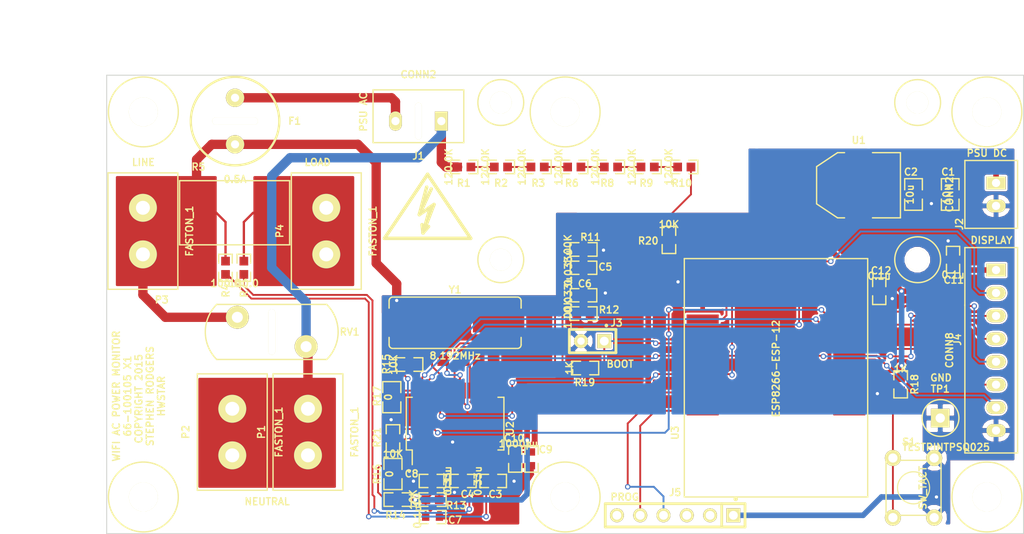
<source format=kicad_pcb>
(kicad_pcb (version 4) (host pcbnew "(2015-06-05 BZR 5717)-product")
  (layers (0 F.Cu signal) (31 B.Cu signal) (34 B.Paste user) (35 F.Paste user) (36 B.SilkS user) (37 F.SilkS user) (38 B.Mask user) (39 F.Mask user) (44 Edge.Cuts user))
  (net 0 "")
  (net 1 GND)
  (net 2 +3.3V)
  (net 3 ISAMPLEN)
  (net 4 ISAMPLEP)
  (net 5 VSAMPLEP)
  (net 6 VSAMPLEN)
  (net 7 "Net-(C8-Pad1)")
  (net 8 "Net-(C10-Pad1)")
  (net 9 /Power/HOT)
  (net 10 /Power/NEUTRAL)
  (net 11 "Net-(J3-Pad1)")
  (net 12 ~CS)
  (net 13 IRQ)
  (net 14 SCLK)
  (net 15 SDO)
  (net 16 SDI)
  (net 17 "Net-(J4-Pad7)")
  (net 18 "Net-(J5-Pad4)")
  (net 19 "Net-(J5-Pad5)")
  (net 20 /Power/LOAD)
  (net 21 "Net-(R1-Pad2)")
  (net 22 "Net-(R2-Pad2)")
  (net 23 "Net-(R3-Pad2)")
  (net 24 "Net-(R6-Pad2)")
  (net 25 "Net-(R8-Pad2)")
  (net 26 "Net-(R10-Pad1)")
  (net 27 "Net-(R14-Pad2)")
  (net 28 "Net-(R15-Pad2)")
  (net 29 "Net-(R18-Pad2)")
  (net 30 "Net-(R20-Pad2)")
  (net 31 "Net-(TP2-Pad1)")
  (net 32 "Net-(TP3-Pad1)")
  (net 33 "Net-(TP4-Pad1)")
  (net 34 "Net-(TP5-Pad1)")
  (net 35 "Net-(U2-Pad22)")
  (net 36 "Net-(U2-Pad23)")
  (net 37 /Power/+5V)
  (net 38 "Net-(R21-Pad2)")
  (module mods:MTG-HOLE-M2-RING-5MM (layer F.Cu) (at 152.9842 95.123)
    (fp_text reference MTG-HOLE-M2-RING-5MM hide)
    (fp_text value VAL** hide)
    (pad "" np_thru_hole circle (at 0 0) (size 2.4 2.4) (drill 2.4) (layers *.Cu *.Mask F.SilkS))
  )
  (module mods:MTG-HOLE-125-RING-300 (layer F.Cu) (at 160 121)
    (fp_text reference MTG-HOLE-125-RING-300 hide)
    (fp_text value VAL** hide)
    (pad "" np_thru_hole circle (at 0 0) (size 3.175 3.175) (drill 3.175) (layers *.Cu *.Mask F.SilkS))
  )
  (module mods:MTG-HOLE-125-RING-300 (layer F.Cu) (at 160 79)
    (fp_text reference MTG-HOLE-125-RING-300 hide)
    (fp_text value VAL** hide)
    (pad "" np_thru_hole circle (at 0 0) (size 3.175 3.175) (drill 3.175) (layers *.Cu *.Mask F.SilkS))
  )
  (module mods:CC0805 (layer F.Cu) (at 202 88 270)
    (fp_text reference C1 (at -2.4528 0.2224 360) (layer F.SilkS) (effects (font (size 0.762 0.762) (thickness 0.1524))))
    (fp_text value 10u (at 0 0.381 270) (layer F.SilkS) (effects (font (size 0.762 0.762) (thickness 0.1524))))
    (pad 1 smd rect (at -0.9525 0.01 270) (size 0.9 1.3) (layers F.Cu F.Paste F.Mask) (net 37 /Power/+5V))
    (pad 2 smd rect (at 0.9525 0.01 270) (size 0.9 1.3) (layers F.Cu F.Paste F.Mask) (net 1 GND))
  )
  (module mods:CC0805 (layer F.Cu) (at 198 88 270)
    (fp_text reference C2 (at -2.4528 0.2864 360) (layer F.SilkS) (effects (font (size 0.762 0.762) (thickness 0.1524))))
    (fp_text value 10u (at 0 0.381 270) (layer F.SilkS) (effects (font (size 0.762 0.762) (thickness 0.1524))))
    (pad 1 smd rect (at -0.9525 0.01 270) (size 0.9 1.3) (layers F.Cu F.Paste F.Mask) (net 2 +3.3V))
    (pad 2 smd rect (at 0.9525 0.01 270) (size 0.9 1.3) (layers F.Cu F.Paste F.Mask) (net 1 GND))
  )
  (module mods:CC0603 (layer F.Cu) (at 152.146 119.253)
    (fp_text reference C3 (at 0.254 1.4478 180) (layer F.SilkS) (effects (font (size 0.762 0.762) (thickness 0.1524))))
    (fp_text value 0.33u (at -1.651 0 90) (layer F.SilkS) (effects (font (size 0.762 0.762) (thickness 0.1524))))
    (pad 1 smd rect (at -0.75 0.01) (size 0.8 0.8) (layers F.Cu F.Paste F.Mask) (net 3 ISAMPLEN))
    (pad 2 smd rect (at 0.75 0.01) (size 0.8 0.8) (layers F.Cu F.Paste F.Mask) (net 1 GND))
  )
  (module mods:CC0603 (layer F.Cu) (at 148.844 119.253)
    (fp_text reference C4 (at 0.508 1.4478 180) (layer F.SilkS) (effects (font (size 0.762 0.762) (thickness 0.1524))))
    (fp_text value 0.33u (at -1.651 0 90) (layer F.SilkS) (effects (font (size 0.762 0.762) (thickness 0.1524))))
    (pad 1 smd rect (at -0.75 0.01) (size 0.8 0.8) (layers F.Cu F.Paste F.Mask) (net 1 GND))
    (pad 2 smd rect (at 0.75 0.01) (size 0.8 0.8) (layers F.Cu F.Paste F.Mask) (net 4 ISAMPLEP))
  )
  (module mods:CC0603 (layer F.Cu) (at 162 96)
    (fp_text reference C5 (at 2.3888 -0.0896 180) (layer F.SilkS) (effects (font (size 0.762 0.762) (thickness 0.1524))))
    (fp_text value 0.033u (at -1.651 0 90) (layer F.SilkS) (effects (font (size 0.762 0.762) (thickness 0.1524))))
    (pad 1 smd rect (at -0.75 0.01) (size 0.8 0.8) (layers F.Cu F.Paste F.Mask) (net 5 VSAMPLEP))
    (pad 2 smd rect (at 0.75 0.01) (size 0.8 0.8) (layers F.Cu F.Paste F.Mask) (net 1 GND))
  )
  (module mods:CC0603 (layer F.Cu) (at 162 99)
    (fp_text reference C6 (at 0.1536 -1.2608 180) (layer F.SilkS) (effects (font (size 0.762 0.762) (thickness 0.1524))))
    (fp_text value 0.033u (at -1.651 0 90) (layer F.SilkS) (effects (font (size 0.762 0.762) (thickness 0.1524))))
    (pad 1 smd rect (at -0.75 0.01) (size 0.8 0.8) (layers F.Cu F.Paste F.Mask) (net 6 VSAMPLEN))
    (pad 2 smd rect (at 0.75 0.01) (size 0.8 0.8) (layers F.Cu F.Paste F.Mask) (net 1 GND))
  )
  (module mods:CC0603 (layer F.Cu) (at 145.542 123.19)
    (fp_text reference C7 (at 2.458 0.31) (layer F.SilkS) (effects (font (size 0.762 0.762) (thickness 0.1524))))
    (fp_text value 0.1u (at -1.651 0 90) (layer F.SilkS) (effects (font (size 0.762 0.762) (thickness 0.1524))))
    (pad 1 smd rect (at -0.75 0.01) (size 0.8 0.8) (layers F.Cu F.Paste F.Mask) (net 2 +3.3V))
    (pad 2 smd rect (at 0.75 0.01) (size 0.8 0.8) (layers F.Cu F.Paste F.Mask) (net 1 GND))
  )
  (module mods:CC0603 (layer F.Cu) (at 145.542 119.253 180)
    (fp_text reference C8 (at 2.286 0.7874 360) (layer F.SilkS) (effects (font (size 0.762 0.762) (thickness 0.1524))))
    (fp_text value 0.1u (at -1.651 0 270) (layer F.SilkS) (effects (font (size 0.762 0.762) (thickness 0.1524))))
    (pad 1 smd rect (at -0.75 0.01 180) (size 0.8 0.8) (layers F.Cu F.Paste F.Mask) (net 7 "Net-(C8-Pad1)"))
    (pad 2 smd rect (at 0.75 0.01 180) (size 0.8 0.8) (layers F.Cu F.Paste F.Mask) (net 1 GND))
  )
  (module mods:CC0603 (layer F.Cu) (at 156.337 116.84 270)
    (fp_text reference C9 (at -1.016 -1.5494 360) (layer F.SilkS) (effects (font (size 0.762 0.762) (thickness 0.1524))))
    (fp_text value 1u (at -1.651 0 360) (layer F.SilkS) (effects (font (size 0.762 0.762) (thickness 0.1524))))
    (pad 1 smd rect (at -0.75 0.01 270) (size 0.8 0.8) (layers F.Cu F.Paste F.Mask) (net 8 "Net-(C10-Pad1)"))
    (pad 2 smd rect (at 0.75 0.01 270) (size 0.8 0.8) (layers F.Cu F.Paste F.Mask) (net 1 GND))
  )
  (module mods:CC0603 (layer F.Cu) (at 154.559 116.84 270)
    (fp_text reference C10 (at -2.2352 0.127 360) (layer F.SilkS) (effects (font (size 0.762 0.762) (thickness 0.1524))))
    (fp_text value 1000p (at -1.651 0 360) (layer F.SilkS) (effects (font (size 0.762 0.762) (thickness 0.1524))))
    (pad 1 smd rect (at -0.75 0.01 270) (size 0.8 0.8) (layers F.Cu F.Paste F.Mask) (net 8 "Net-(C10-Pad1)"))
    (pad 2 smd rect (at 0.75 0.01 270) (size 0.8 0.8) (layers F.Cu F.Paste F.Mask) (net 1 GND))
  )
  (module mods:CC0603 (layer F.Cu) (at 202.311 95.123 90)
    (fp_text reference C11 (at -2.2098 0.0762 180) (layer F.SilkS) (effects (font (size 0.762 0.762) (thickness 0.1524))))
    (fp_text value 0.1u (at -1.651 0 180) (layer F.SilkS) (effects (font (size 0.762 0.762) (thickness 0.1524))))
    (pad 1 smd rect (at -0.75 0.01 90) (size 0.8 0.8) (layers F.Cu F.Paste F.Mask) (net 2 +3.3V))
    (pad 2 smd rect (at 0.75 0.01 90) (size 0.8 0.8) (layers F.Cu F.Paste F.Mask) (net 1 GND))
  )
  (module mods:CC0603 (layer F.Cu) (at 194.2592 98.552 270)
    (fp_text reference C12 (at -2.2352 -0.2032 360) (layer F.SilkS) (effects (font (size 0.762 0.762) (thickness 0.1524))))
    (fp_text value 0.1u (at -1.651 0 360) (layer F.SilkS) (effects (font (size 0.762 0.762) (thickness 0.1524))))
    (pad 1 smd rect (at -0.75 0.01 270) (size 0.8 0.8) (layers F.Cu F.Paste F.Mask) (net 2 +3.3V))
    (pad 2 smd rect (at 0.75 0.01 270) (size 0.8 0.8) (layers F.Cu F.Paste F.Mask) (net 1 GND))
  )
  (module mods:JST_B2B_XH_A (layer F.Cu) (at 207 88 270)
    (fp_text reference J2 (at 3.2368 4.0032 270) (layer F.SilkS) (effects (font (size 0.762 0.762) (thickness 0.1524))))
    (fp_text value CONN2 (at 0 5.08 270) (layer F.SilkS) (effects (font (size 0.762 0.762) (thickness 0.1524))))
    (pad 1 thru_hole rect (at -1.25 0 270) (size 1.4 2.1) (drill 0.9) (layers *.Cu *.Mask F.SilkS) (net 37 /Power/+5V))
    (pad 2 thru_hole oval (at 1.25 0 270) (size 1.4 2.1) (drill 0.9) (layers *.Cu *.Mask F.SilkS) (net 1 GND))
  )
  (module mods:BERG2 (layer F.Cu) (at 163 104 180)
    (fp_text reference J3 (at -2.608 1.9936 180) (layer F.SilkS) (effects (font (size 0.762 0.762) (thickness 0.1524))))
    (fp_text value CONN2 hide)
    (pad 1 thru_hole rect (at -1.27 0 180) (size 1.524 1.524) (drill 0.9652) (layers *.Cu *.Mask F.SilkS) (net 11 "Net-(J3-Pad1)"))
    (pad 2 thru_hole circle (at 1.27 0 180) (size 1.524 1.524) (drill 0.8128) (layers *.Cu *.Mask F.SilkS) (net 1 GND))
  )
  (module mods:JST_B8B_XH_A (layer F.Cu) (at 207 105 270)
    (fp_text reference J4 (at -1.1648 4.2064 270) (layer F.SilkS) (effects (font (size 0.762 0.762) (thickness 0.1524))))
    (fp_text value CONN8 (at 0 5.08 270) (layer F.SilkS) (effects (font (size 0.762 0.762) (thickness 0.1524))))
    (pad 2 thru_hole oval (at -6.25 0 270) (size 1.4 2.1) (drill 0.9) (layers *.Cu *.Mask F.SilkS) (net 12 ~CS))
    (pad 3 thru_hole oval (at -3.75 0 270) (size 1.4 2.1) (drill 0.9) (layers *.Cu *.Mask F.SilkS) (net 13 IRQ))
    (pad 1 thru_hole rect (at -8.75 0 270) (size 1.4 2.1) (drill 0.9) (layers *.Cu *.Mask F.SilkS) (net 2 +3.3V))
    (pad 4 thru_hole oval (at -1.25 0 270) (size 1.4 2.1) (drill 0.9) (layers *.Cu *.Mask F.SilkS) (net 14 SCLK))
    (pad 5 thru_hole oval (at 1.25 0 270) (size 1.4 2.1) (drill 0.9) (layers *.Cu *.Mask F.SilkS) (net 15 SDO))
    (pad 6 thru_hole oval (at 3.75 0 270) (size 1.4 2.1) (drill 0.9) (layers *.Cu *.Mask F.SilkS) (net 16 SDI))
    (pad 7 thru_hole oval (at 6.25 0 270) (size 1.4 2.1) (drill 0.9) (layers *.Cu *.Mask F.SilkS) (net 17 "Net-(J4-Pad7)"))
    (pad 8 thru_hole oval (at 8.75 0 270) (size 1.4 2.1) (drill 0.9) (layers *.Cu *.Mask F.SilkS) (net 1 GND))
  )
  (module mods:BERG6 (layer F.Cu) (at 172 123 180)
    (fp_text reference J5 (at 0 2.5 180) (layer F.SilkS) (effects (font (size 0.762 0.762) (thickness 0.1524))))
    (fp_text value CONN6 hide)
    (pad 1 thru_hole rect (at -6.35 0 180) (size 1.524 1.524) (drill 0.9652) (layers *.Cu *.Mask F.SilkS) (net 1 GND))
    (pad 2 thru_hole circle (at -3.81 0 180) (size 1.524 1.524) (drill 0.9652) (layers *.Cu *.Mask F.SilkS))
    (pad 3 thru_hole circle (at -1.27 0 180) (size 1.524 1.524) (drill 0.9652) (layers *.Cu *.Mask F.SilkS))
    (pad 4 thru_hole circle (at 1.27 0 180) (size 1.524 1.524) (drill 0.9652) (layers *.Cu *.Mask F.SilkS) (net 18 "Net-(J5-Pad4)"))
    (pad 5 thru_hole circle (at 3.81 0 180) (size 1.524 1.524) (drill 0.9652) (layers *.Cu *.Mask F.SilkS) (net 19 "Net-(J5-Pad5)"))
    (pad 6 thru_hole circle (at 6.35 0 180) (size 1.524 1.524) (drill 0.9652) (layers *.Cu *.Mask F.SilkS))
  )
  (module mods:KEYSTONE_1287-ST (layer F.Cu) (at 131.953 113.919 90)
    (fp_text reference P1 (at 0 -5.08 90) (layer F.SilkS) (effects (font (size 0.762 0.762) (thickness 0.1524))))
    (fp_text value FASTON_1 (at 0 5.08 90) (layer F.SilkS) (effects (font (size 0.762 0.762) (thickness 0.1524))))
    (pad 1 thru_hole circle (at -2.54 0 90) (size 3.048 3.048) (drill 1.524) (layers *.Cu *.Mask F.SilkS) (net 10 /Power/NEUTRAL))
    (pad 2 thru_hole circle (at 2.54 0 90) (size 3.048 3.048) (drill 1.524) (layers *.Cu *.Mask F.SilkS) (net 10 /Power/NEUTRAL))
  )
  (module mods:KEYSTONE_1287-ST (layer F.Cu) (at 123.698 113.919 90)
    (fp_text reference P2 (at 0 -5.08 90) (layer F.SilkS) (effects (font (size 0.762 0.762) (thickness 0.1524))))
    (fp_text value FASTON_1 (at 0 5.08 90) (layer F.SilkS) (effects (font (size 0.762 0.762) (thickness 0.1524))))
    (pad 1 thru_hole circle (at -2.54 0 90) (size 3.048 3.048) (drill 1.524) (layers *.Cu *.Mask F.SilkS) (net 10 /Power/NEUTRAL))
    (pad 2 thru_hole circle (at 2.54 0 90) (size 3.048 3.048) (drill 1.524) (layers *.Cu *.Mask F.SilkS) (net 10 /Power/NEUTRAL))
  )
  (module mods:KEYSTONE_1287-ST (layer F.Cu) (at 113.952 92 90)
    (fp_text reference P3 (at -7.5 2.048 180) (layer F.SilkS) (effects (font (size 0.762 0.762) (thickness 0.1524))))
    (fp_text value FASTON_1 (at 0 5.08 90) (layer F.SilkS) (effects (font (size 0.762 0.762) (thickness 0.1524))))
    (pad 1 thru_hole circle (at -2.54 0 90) (size 3.048 3.048) (drill 1.524) (layers *.Cu *.Mask F.SilkS) (net 1 GND))
    (pad 2 thru_hole circle (at 2.54 0 90) (size 3.048 3.048) (drill 1.524) (layers *.Cu *.Mask F.SilkS) (net 1 GND))
  )
  (module mods:KEYSTONE_1287-ST (layer F.Cu) (at 133.952 92 90)
    (fp_text reference P4 (at 0 -5.08 90) (layer F.SilkS) (effects (font (size 0.762 0.762) (thickness 0.1524))))
    (fp_text value FASTON_1 (at 0 5.08 90) (layer F.SilkS) (effects (font (size 0.762 0.762) (thickness 0.1524))))
    (pad 1 thru_hole circle (at -2.54 0 90) (size 3.048 3.048) (drill 1.524) (layers *.Cu *.Mask F.SilkS) (net 20 /Power/LOAD))
    (pad 2 thru_hole circle (at 2.54 0 90) (size 3.048 3.048) (drill 1.524) (layers *.Cu *.Mask F.SilkS) (net 20 /Power/LOAD))
  )
  (module mods:RC0603 (layer F.Cu) (at 149 85)
    (fp_text reference R1 (at -0.0544 1.7664 180) (layer F.SilkS) (effects (font (size 0.762 0.762) (thickness 0.1524))))
    (fp_text value 120.0K (at -1.69926 0 90) (layer F.SilkS) (effects (font (size 0.762 0.762) (thickness 0.1524))))
    (pad 1 smd rect (at -0.725 0.01) (size 0.95 0.95) (layers F.Cu F.Paste F.Mask) (net 10 /Power/NEUTRAL))
    (pad 2 smd rect (at 0.725 0.01) (size 0.95 0.95) (layers F.Cu F.Paste F.Mask) (net 21 "Net-(R1-Pad2)"))
  )
  (module mods:RC0603 (layer F.Cu) (at 153 85)
    (fp_text reference R2 (at 0.0096 1.7664 180) (layer F.SilkS) (effects (font (size 0.762 0.762) (thickness 0.1524))))
    (fp_text value 120.0K (at -1.69926 0 90) (layer F.SilkS) (effects (font (size 0.762 0.762) (thickness 0.1524))))
    (pad 1 smd rect (at -0.725 0.01) (size 0.95 0.95) (layers F.Cu F.Paste F.Mask) (net 21 "Net-(R1-Pad2)"))
    (pad 2 smd rect (at 0.725 0.01) (size 0.95 0.95) (layers F.Cu F.Paste F.Mask) (net 22 "Net-(R2-Pad2)"))
  )
  (module mods:RC0603 (layer F.Cu) (at 157 85)
    (fp_text reference R3 (at 0.0736 1.7664 180) (layer F.SilkS) (effects (font (size 0.762 0.762) (thickness 0.1524))))
    (fp_text value 120.0K (at -1.69926 0 90) (layer F.SilkS) (effects (font (size 0.762 0.762) (thickness 0.1524))))
    (pad 1 smd rect (at -0.725 0.01) (size 0.95 0.95) (layers F.Cu F.Paste F.Mask) (net 22 "Net-(R2-Pad2)"))
    (pad 2 smd rect (at 0.725 0.01) (size 0.95 0.95) (layers F.Cu F.Paste F.Mask) (net 23 "Net-(R3-Pad2)"))
  )
  (module mods:RC0603 (layer F.Cu) (at 122.952 96 90)
    (fp_text reference R4 (at -2.5 0.048 270) (layer F.SilkS) (effects (font (size 0.762 0.762) (thickness 0.1524))))
    (fp_text value 100.0 (at -1.69926 0 180) (layer F.SilkS) (effects (font (size 0.762 0.762) (thickness 0.1524))))
    (pad 1 smd rect (at -0.725 0.01 90) (size 0.95 0.95) (layers F.Cu F.Paste F.Mask) (net 3 ISAMPLEN))
    (pad 2 smd rect (at 0.725 0.01 90) (size 0.95 0.95) (layers F.Cu F.Paste F.Mask) (net 1 GND))
  )
  (module mods:WSL3921 (layer F.Cu) (at 123.952 90)
    (fp_text reference R5 (at -3.952 -5) (layer F.SilkS) (effects (font (size 0.762 0.762) (thickness 0.1524))))
    (fp_text value 0.001)
    (pad 1 smd rect (at -4.15 0) (size 2.7 6.2) (layers F.Cu F.Paste F.Mask) (net 1 GND))
    (pad 2 smd rect (at 4.15 0) (size 2.7 6.2) (layers F.Cu F.Paste F.Mask) (net 20 /Power/LOAD))
  )
  (module mods:RC0603 (layer F.Cu) (at 161 85)
    (fp_text reference R6 (at -0.2688 1.7664 180) (layer F.SilkS) (effects (font (size 0.762 0.762) (thickness 0.1524))))
    (fp_text value 120.0K (at -1.69926 0 90) (layer F.SilkS) (effects (font (size 0.762 0.762) (thickness 0.1524))))
    (pad 1 smd rect (at -0.725 0.01) (size 0.95 0.95) (layers F.Cu F.Paste F.Mask) (net 23 "Net-(R3-Pad2)"))
    (pad 2 smd rect (at 0.725 0.01) (size 0.95 0.95) (layers F.Cu F.Paste F.Mask) (net 24 "Net-(R6-Pad2)"))
  )
  (module mods:RC0603 (layer F.Cu) (at 124.952 96 90)
    (fp_text reference R7 (at -2.5 0.048 270) (layer F.SilkS) (effects (font (size 0.762 0.762) (thickness 0.1524))))
    (fp_text value 100.0 (at -1.69926 0 180) (layer F.SilkS) (effects (font (size 0.762 0.762) (thickness 0.1524))))
    (pad 1 smd rect (at -0.725 0.01 90) (size 0.95 0.95) (layers F.Cu F.Paste F.Mask) (net 4 ISAMPLEP))
    (pad 2 smd rect (at 0.725 0.01 90) (size 0.95 0.95) (layers F.Cu F.Paste F.Mask) (net 20 /Power/LOAD))
  )
  (module mods:RC0603 (layer F.Cu) (at 165 85)
    (fp_text reference R8 (at -0.408 1.7664 180) (layer F.SilkS) (effects (font (size 0.762 0.762) (thickness 0.1524))))
    (fp_text value 120.0K (at -1.69926 0 90) (layer F.SilkS) (effects (font (size 0.762 0.762) (thickness 0.1524))))
    (pad 1 smd rect (at -0.725 0.01) (size 0.95 0.95) (layers F.Cu F.Paste F.Mask) (net 24 "Net-(R6-Pad2)"))
    (pad 2 smd rect (at 0.725 0.01) (size 0.95 0.95) (layers F.Cu F.Paste F.Mask) (net 25 "Net-(R8-Pad2)"))
  )
  (module mods:RC0603 (layer F.Cu) (at 169 85)
    (fp_text reference R9 (at -0.1408 1.7664 180) (layer F.SilkS) (effects (font (size 0.762 0.762) (thickness 0.1524))))
    (fp_text value 120.0K (at -1.69926 0 90) (layer F.SilkS) (effects (font (size 0.762 0.762) (thickness 0.1524))))
    (pad 1 smd rect (at -0.725 0.01) (size 0.95 0.95) (layers F.Cu F.Paste F.Mask) (net 25 "Net-(R8-Pad2)"))
    (pad 2 smd rect (at 0.725 0.01) (size 0.95 0.95) (layers F.Cu F.Paste F.Mask) (net 26 "Net-(R10-Pad1)"))
  )
  (module mods:RC0603 (layer F.Cu) (at 173 85)
    (fp_text reference R10 (at -0.28 1.7664 180) (layer F.SilkS) (effects (font (size 0.762 0.762) (thickness 0.1524))))
    (fp_text value 120.0K (at -1.69926 0 90) (layer F.SilkS) (effects (font (size 0.762 0.762) (thickness 0.1524))))
    (pad 1 smd rect (at -0.725 0.01) (size 0.95 0.95) (layers F.Cu F.Paste F.Mask) (net 26 "Net-(R10-Pad1)"))
    (pad 2 smd rect (at 0.725 0.01) (size 0.95 0.95) (layers F.Cu F.Paste F.Mask) (net 5 VSAMPLEP))
  )
  (module mods:RC0603 (layer F.Cu) (at 162 94)
    (fp_text reference R11 (at 0.7632 -1.3408 180) (layer F.SilkS) (effects (font (size 0.762 0.762) (thickness 0.1524))))
    (fp_text value 1.00K (at -1.69926 0 90) (layer F.SilkS) (effects (font (size 0.762 0.762) (thickness 0.1524))))
    (pad 1 smd rect (at -0.725 0.01) (size 0.95 0.95) (layers F.Cu F.Paste F.Mask) (net 5 VSAMPLEP))
    (pad 2 smd rect (at 0.725 0.01) (size 0.95 0.95) (layers F.Cu F.Paste F.Mask) (net 1 GND))
  )
  (module mods:RC0603 (layer F.Cu) (at 162 101)
    (fp_text reference R12 (at 2.7952 -0.416 180) (layer F.SilkS) (effects (font (size 0.762 0.762) (thickness 0.1524))))
    (fp_text value 1.00K (at -1.69926 0 90) (layer F.SilkS) (effects (font (size 0.762 0.762) (thickness 0.1524))))
    (pad 1 smd rect (at -0.725 0.01) (size 0.95 0.95) (layers F.Cu F.Paste F.Mask) (net 6 VSAMPLEN))
    (pad 2 smd rect (at 0.725 0.01) (size 0.95 0.95) (layers F.Cu F.Paste F.Mask) (net 1 GND))
  )
  (module mods:RC0603 (layer F.Cu) (at 145.542 121.285)
    (fp_text reference R13 (at 2.5908 0.635 180) (layer F.SilkS) (effects (font (size 0.762 0.762) (thickness 0.1524))))
    (fp_text value 10 (at -1.69926 0 90) (layer F.SilkS) (effects (font (size 0.762 0.762) (thickness 0.1524))))
    (pad 1 smd rect (at -0.725 0.01) (size 0.95 0.95) (layers F.Cu F.Paste F.Mask) (net 2 +3.3V))
    (pad 2 smd rect (at 0.725 0.01) (size 0.95 0.95) (layers F.Cu F.Paste F.Mask) (net 7 "Net-(C8-Pad1)"))
  )
  (module mods:RC0603 (layer F.Cu) (at 141.732 121.285 180)
    (fp_text reference R14 (at 0.232 -1.715 360) (layer F.SilkS) (effects (font (size 0.762 0.762) (thickness 0.1524))))
    (fp_text value 10K (at -1.69926 0 270) (layer F.SilkS) (effects (font (size 0.762 0.762) (thickness 0.1524))))
    (pad 1 smd rect (at -0.725 0.01 180) (size 0.95 0.95) (layers F.Cu F.Paste F.Mask) (net 2 +3.3V))
    (pad 2 smd rect (at 0.725 0.01 180) (size 0.95 0.95) (layers F.Cu F.Paste F.Mask) (net 27 "Net-(R14-Pad2)"))
  )
  (module mods:RC0603 (layer F.Cu) (at 143.002 106.553)
    (fp_text reference R15 (at -2.502 -0.053 90) (layer F.SilkS) (effects (font (size 0.762 0.762) (thickness 0.1524))))
    (fp_text value 10K (at -1.69926 0 90) (layer F.SilkS) (effects (font (size 0.762 0.762) (thickness 0.1524))))
    (pad 1 smd rect (at -0.725 0.01) (size 0.95 0.95) (layers F.Cu F.Paste F.Mask) (net 2 +3.3V))
    (pad 2 smd rect (at 0.725 0.01) (size 0.95 0.95) (layers F.Cu F.Paste F.Mask) (net 28 "Net-(R15-Pad2)"))
  )
  (module mods:RC0805 (layer F.Cu) (at 141.224 118.491 270)
    (fp_text reference R16 (at 0.009 1.724 270) (layer F.SilkS) (effects (font (size 0.762 0.762) (thickness 0.1524))))
    (fp_text value 0 (at 0 0.381 270) (layer F.SilkS) (effects (font (size 0.762 0.762) (thickness 0.1524))))
    (pad 1 smd rect (at -0.875 0.01 270) (size 1.1 1.4) (layers F.Cu F.Paste F.Mask) (net 27 "Net-(R14-Pad2)"))
    (pad 2 smd rect (at 0.875 0.01 270) (size 1.1 1.4) (layers F.Cu F.Paste F.Mask) (net 1 GND))
  )
  (module mods:RC0805 (layer F.Cu) (at 141.097 110.109 270)
    (fp_text reference R17 (at -0.109 1.597 270) (layer F.SilkS) (effects (font (size 0.762 0.762) (thickness 0.1524))))
    (fp_text value 0 (at 0 0.381 270) (layer F.SilkS) (effects (font (size 0.762 0.762) (thickness 0.1524))))
    (pad 1 smd rect (at -0.875 0.01 270) (size 1.1 1.4) (layers F.Cu F.Paste F.Mask) (net 28 "Net-(R15-Pad2)"))
    (pad 2 smd rect (at 0.875 0.01 270) (size 1.1 1.4) (layers F.Cu F.Paste F.Mask) (net 1 GND))
  )
  (module mods:RC0603 (layer F.Cu) (at 196.596 108.712 270)
    (fp_text reference R18 (at 0 -1.524 450) (layer F.SilkS) (effects (font (size 0.762 0.762) (thickness 0.1524))))
    (fp_text value 1K (at -1.69926 0 360) (layer F.SilkS) (effects (font (size 0.762 0.762) (thickness 0.1524))))
    (pad 1 smd rect (at -0.725 0.01 270) (size 0.95 0.95) (layers F.Cu F.Paste F.Mask) (net 2 +3.3V))
    (pad 2 smd rect (at 0.725 0.01 270) (size 0.95 0.95) (layers F.Cu F.Paste F.Mask) (net 29 "Net-(R18-Pad2)"))
  )
  (module mods:RC0603 (layer F.Cu) (at 162.179 106.934)
    (fp_text reference R19 (at -0.0254 1.5748 180) (layer F.SilkS) (effects (font (size 0.762 0.762) (thickness 0.1524))))
    (fp_text value 1K (at -1.69926 0 90) (layer F.SilkS) (effects (font (size 0.762 0.762) (thickness 0.1524))))
    (pad 1 smd rect (at -0.725 0.01) (size 0.95 0.95) (layers F.Cu F.Paste F.Mask) (net 2 +3.3V))
    (pad 2 smd rect (at 0.725 0.01) (size 0.95 0.95) (layers F.Cu F.Paste F.Mask) (net 11 "Net-(J3-Pad1)"))
  )
  (module mods:RC0603 (layer F.Cu) (at 171.323 92.964 270)
    (fp_text reference R20 (at 0.1016 2.2606 360) (layer F.SilkS) (effects (font (size 0.762 0.762) (thickness 0.1524))))
    (fp_text value 10K (at -1.69926 0 360) (layer F.SilkS) (effects (font (size 0.762 0.762) (thickness 0.1524))))
    (pad 1 smd rect (at -0.725 0.01 270) (size 0.95 0.95) (layers F.Cu F.Paste F.Mask) (net 2 +3.3V))
    (pad 2 smd rect (at 0.725 0.01 270) (size 0.95 0.95) (layers F.Cu F.Paste F.Mask) (net 30 "Net-(R20-Pad2)"))
  )
  (module mods:SW_TACT_6MM (layer F.Cu) (at 198 120 90)
    (fp_text reference S1 (at 5 -0.5 180) (layer F.SilkS) (effects (font (size 0.762 0.762) (thickness 0.1524))))
    (fp_text value SW_TACT (at 0 1.016 90) (layer F.SilkS) (effects (font (size 0.762 0.762) (thickness 0.1524))))
    (pad 4 thru_hole circle (at 3.25 -2.25 90) (size 1.75 1.75) (drill 1) (layers *.Cu *.Mask F.SilkS) (net 29 "Net-(R18-Pad2)"))
    (pad 2 thru_hole circle (at 3.25 2.25 90) (size 1.75 1.75) (drill 1) (layers *.Cu *.Mask F.SilkS) (net 1 GND))
    (pad 3 thru_hole circle (at -3.25 -2.25 90) (size 1.75 1.75) (drill 1) (layers *.Cu *.Mask F.SilkS) (net 29 "Net-(R18-Pad2)"))
    (pad 1 thru_hole circle (at -3.25 2.25 90) (size 1.75 1.75) (drill 1) (layers *.Cu *.Mask F.SilkS) (net 1 GND))
  )
  (module mods:TESTPIN (layer F.Cu) (at 200.914 112.395)
    (fp_text reference TP1 (at 0 -3.175) (layer F.SilkS) (effects (font (size 0.762 0.762) (thickness 0.1524))))
    (fp_text value TESTPINTPSQ025 (at 0.635 3.175) (layer F.SilkS) (effects (font (size 0.762 0.762) (thickness 0.1524))))
    (pad 1 thru_hole rect (at 0 0) (size 2.032 2.032) (drill 1.016) (layers *.Cu *.Mask F.SilkS) (net 1 GND))
  )
  (module mods:TESTPAD (layer F.Cu) (at 150.5712 106.0704)
    (fp_text reference TP2 hide)
    (fp_text value TESTPINTPSQ025 hide)
    (pad 1 smd rect (at 0 0) (size 1.27 1.27) (layers F.Cu F.Paste F.Mask) (net 31 "Net-(TP2-Pad1)"))
  )
  (module mods:TESTPAD (layer F.Cu) (at 148.9456 106.0704)
    (fp_text reference TP3 hide)
    (fp_text value TESTPINTPSQ025 hide)
    (pad 1 smd rect (at 0 0) (size 1.27 1.27) (layers F.Cu F.Paste F.Mask) (net 32 "Net-(TP3-Pad1)"))
  )
  (module mods:TESTPAD (layer F.Cu) (at 146.7104 106.0704)
    (fp_text reference TP4 hide)
    (fp_text value TESTPINTPSQ025 hide)
    (pad 1 smd rect (at 0 0) (size 1.27 1.27) (layers F.Cu F.Paste F.Mask) (net 33 "Net-(TP4-Pad1)"))
  )
  (module mods:TESTPAD (layer F.Cu) (at 152.1968 106.0704)
    (fp_text reference TP5 hide)
    (fp_text value TESTPINTPSQ025 hide)
    (pad 1 smd rect (at 0 0) (size 1.27 1.27) (layers F.Cu F.Paste F.Mask) (net 34 "Net-(TP5-Pad1)"))
  )
  (module mods:SOT-223-SAR (layer F.Cu) (at 192 87 90)
    (fp_text reference U1 (at 4.9072 0.024 180) (layer F.SilkS) (effects (font (size 0.762 0.762) (thickness 0.1524))))
    (fp_text value AZ1117CH-3.3TRG1)
    (pad 4 smd rect (at 0 -3.302 90) (size 3.6576 2.032) (layers F.Cu F.Paste F.Mask) (net 2 +3.3V))
    (pad 2 smd rect (at 0 3.302 90) (size 1.016 2.032) (layers F.Cu F.Paste F.Mask) (net 2 +3.3V))
    (pad 3 smd rect (at 2.286 3.302 90) (size 1.016 2.032) (layers F.Cu F.Paste F.Mask) (net 37 /Power/+5V))
    (pad 1 smd rect (at -2.286 3.302 90) (size 1.016 2.032) (layers F.Cu F.Paste F.Mask) (net 1 GND))
  )
  (module mods:SSOP28-SAR (layer F.Cu) (at 148 113 90)
    (fp_text reference U2 (at -0.5 6 90) (layer F.SilkS) (effects (font (size 0.762 0.762) (thickness 0.1524))))
    (fp_text value 90E24PYGI)
    (pad 1 smd rect (at -3.6 -4.225 90) (size 1.75 0.4) (layers F.Cu F.Paste F.Mask) (net 27 "Net-(R14-Pad2)"))
    (pad 2 smd rect (at -3.6 -3.575 90) (size 1.75 0.4) (layers F.Cu F.Paste F.Mask) (net 1 GND))
    (pad 3 smd rect (at -3.6 -2.925 90) (size 1.75 0.4) (layers F.Cu F.Paste F.Mask) (net 2 +3.3V))
    (pad 4 smd rect (at -3.6 -2.275 90) (size 1.75 0.4) (layers F.Cu F.Paste F.Mask) (net 38 "Net-(R21-Pad2)"))
    (pad 5 smd rect (at -3.6 -1.625 90) (size 1.75 0.4) (layers F.Cu F.Paste F.Mask) (net 7 "Net-(C8-Pad1)"))
    (pad 6 smd rect (at -3.6 -0.975 90) (size 1.75 0.4) (layers F.Cu F.Paste F.Mask) (net 1 GND))
    (pad 7 smd rect (at -3.6 -0.325 90) (size 1.75 0.4) (layers F.Cu F.Paste F.Mask) (net 1 GND))
    (pad 8 smd rect (at -3.6 0.325 90) (size 1.75 0.4) (layers F.Cu F.Paste F.Mask) (net 1 GND))
    (pad 9 smd rect (at -3.6 0.975 90) (size 1.75 0.4) (layers F.Cu F.Paste F.Mask))
    (pad 10 smd rect (at -3.6 1.625 90) (size 1.75 0.4) (layers F.Cu F.Paste F.Mask) (net 4 ISAMPLEP))
    (pad 11 smd rect (at -3.6 2.275 90) (size 1.75 0.4) (layers F.Cu F.Paste F.Mask) (net 3 ISAMPLEN))
    (pad 12 smd rect (at -3.6 2.925 90) (size 1.75 0.4) (layers F.Cu F.Paste F.Mask))
    (pad 13 smd rect (at -3.6 3.575 90) (size 1.75 0.4) (layers F.Cu F.Paste F.Mask) (net 8 "Net-(C10-Pad1)"))
    (pad 14 smd rect (at -3.6 4.225 90) (size 1.75 0.4) (layers F.Cu F.Paste F.Mask) (net 1 GND))
    (pad 15 smd rect (at 3.6 4.225 90) (size 1.75 0.4) (layers F.Cu F.Paste F.Mask) (net 6 VSAMPLEN))
    (pad 16 smd rect (at 3.6 3.575 90) (size 1.75 0.4) (layers F.Cu F.Paste F.Mask) (net 5 VSAMPLEP))
    (pad 17 smd rect (at 3.6 2.925 90) (size 1.75 0.4) (layers F.Cu F.Paste F.Mask) (net 34 "Net-(TP5-Pad1)"))
    (pad 18 smd rect (at 3.6 2.275 90) (size 1.75 0.4) (layers F.Cu F.Paste F.Mask) (net 31 "Net-(TP2-Pad1)"))
    (pad 19 smd rect (at 3.6 1.625 90) (size 1.75 0.4) (layers F.Cu F.Paste F.Mask) (net 32 "Net-(TP3-Pad1)"))
    (pad 20 smd rect (at 3.6 0.975 90) (size 1.75 0.4) (layers F.Cu F.Paste F.Mask) (net 13 IRQ))
    (pad 21 smd rect (at 3.6 0.325 90) (size 1.75 0.4) (layers F.Cu F.Paste F.Mask) (net 33 "Net-(TP4-Pad1)"))
    (pad 22 smd rect (at 3.6 -0.325 90) (size 1.75 0.4) (layers F.Cu F.Paste F.Mask) (net 35 "Net-(U2-Pad22)"))
    (pad 23 smd rect (at 3.6 -0.975 90) (size 1.75 0.4) (layers F.Cu F.Paste F.Mask) (net 36 "Net-(U2-Pad23)"))
    (pad 24 smd rect (at 3.6 -1.625 90) (size 1.75 0.4) (layers F.Cu F.Paste F.Mask) (net 12 ~CS))
    (pad 25 smd rect (at 3.6 -2.275 90) (size 1.75 0.4) (layers F.Cu F.Paste F.Mask) (net 14 SCLK))
    (pad 26 smd rect (at 3.6 -2.925 90) (size 1.75 0.4) (layers F.Cu F.Paste F.Mask) (net 15 SDO))
    (pad 27 smd rect (at 3.6 -3.575 90) (size 1.75 0.4) (layers F.Cu F.Paste F.Mask) (net 16 SDI))
    (pad 28 smd rect (at 3.6 -4.225 90) (size 1.75 0.4) (layers F.Cu F.Paste F.Mask) (net 28 "Net-(R15-Pad2)"))
  )
  (module mods:ESP8266-ESP12 (layer F.Cu) (at 183 108 90)
    (fp_text reference U3 (at -6 -11 90) (layer F.SilkS) (effects (font (size 0.762 0.762) (thickness 0.1524))))
    (fp_text value ESP8266-ESP-12 (at 1 0 90) (layer F.SilkS) (effects (font (size 0.762 0.762) (thickness 0.1524))))
    (pad 1 smd rect (at -3.6 8 90) (size 1 3.5) (layers F.Cu F.Paste F.Mask) (net 29 "Net-(R18-Pad2)"))
    (pad 2 smd rect (at -1.6 8 90) (size 1 3.5) (layers F.Cu F.Paste F.Mask) (net 1 GND))
    (pad 3 smd rect (at 0.4 8 90) (size 1 3.5) (layers F.Cu F.Paste F.Mask) (net 2 +3.3V))
    (pad 4 smd rect (at 2.4 8 90) (size 1 3.5) (layers F.Cu F.Paste F.Mask) (net 17 "Net-(J4-Pad7)"))
    (pad 5 smd rect (at 4.4 8 90) (size 1 3.5) (layers F.Cu F.Paste F.Mask) (net 16 SDI))
    (pad 6 smd rect (at 6.4 8 90) (size 1 3.5) (layers F.Cu F.Paste F.Mask) (net 14 SCLK))
    (pad 7 smd rect (at 8.4 8 90) (size 1 3.5) (layers F.Cu F.Paste F.Mask) (net 15 SDO))
    (pad 8 smd rect (at 10.4 8 90) (size 1 3.5) (layers F.Cu F.Paste F.Mask) (net 2 +3.3V))
    (pad 9 smd rect (at 10.4 -8 90) (size 1 3.5) (layers F.Cu F.Paste F.Mask) (net 1 GND))
    (pad 10 smd rect (at 8.4 -8 90) (size 1 3.5) (layers F.Cu F.Paste F.Mask) (net 1 GND))
    (pad 11 smd rect (at 6.4 -8 90) (size 1 3.5) (layers F.Cu F.Paste F.Mask) (net 30 "Net-(R20-Pad2)"))
    (pad 12 smd rect (at 4.4 -8 90) (size 1 3.5) (layers F.Cu F.Paste F.Mask) (net 11 "Net-(J3-Pad1)"))
    (pad 13 smd rect (at 2.4 -8 90) (size 1 3.5) (layers F.Cu F.Paste F.Mask) (net 13 IRQ))
    (pad 14 smd rect (at 0.4 -8 90) (size 1 3.5) (layers F.Cu F.Paste F.Mask) (net 12 ~CS))
    (pad 15 smd rect (at -1.6 -8 90) (size 1 3.5) (layers F.Cu F.Paste F.Mask) (net 18 "Net-(J5-Pad4)"))
    (pad 16 smd rect (at -3.6 -8 90) (size 1 3.5) (layers F.Cu F.Paste F.Mask) (net 19 "Net-(J5-Pad5)"))
  )
  (module mods:HC49US-SAR (layer F.Cu) (at 148 102)
    (fp_text reference Y1 (at 0 -3.6) (layer F.SilkS) (effects (font (size 0.762 0.762) (thickness 0.1524))))
    (fp_text value 8.192MHz (at 0 3.6) (layer F.SilkS) (effects (font (size 0.762 0.762) (thickness 0.1524))))
    (pad 1 smd rect (at -4.75 0) (size 5.6 2.1) (layers F.Cu F.Paste F.Mask) (net 36 "Net-(U2-Pad23)"))
    (pad 2 smd rect (at 4.75 0) (size 5.6 2.1) (layers F.Cu F.Paste F.Mask) (net 35 "Net-(U2-Pad22)"))
  )
  (module mods:MTG-HOLE-125-RING-300 (layer F.Cu) (at 114 79)
    (fp_text reference MTG-HOLE-125-RING-300 hide)
    (fp_text value VAL** hide)
    (pad "" np_thru_hole circle (at 0 0) (size 3.175 3.175) (drill 3.175) (layers *.Cu *.Mask F.SilkS))
  )
  (module mods:MTG-HOLE-125-RING-300 (layer F.Cu) (at 206 79)
    (fp_text reference MTG-HOLE-125-RING-300 hide)
    (fp_text value VAL** hide)
    (pad "" np_thru_hole circle (at 0 0) (size 3.175 3.175) (drill 3.175) (layers *.Cu *.Mask F.SilkS))
  )
  (module mods:MTG-HOLE-125-RING-300 (layer F.Cu) (at 206 121)
    (fp_text reference MTG-HOLE-125-RING-300 hide)
    (fp_text value VAL** hide)
    (pad "" np_thru_hole circle (at 0 0) (size 3.175 3.175) (drill 3.175) (layers *.Cu *.Mask F.SilkS))
  )
  (module mods:MTG-HOLE-125-RING-300 (layer F.Cu) (at 114 121)
    (fp_text reference MTG-HOLE-125-RING-300 hide)
    (fp_text value VAL** hide)
    (pad "" np_thru_hole circle (at 0 0) (size 3.175 3.175) (drill 3.175) (layers *.Cu *.Mask F.SilkS))
  )
  (module mods:MTG-HOLE-M2-RING-5MM (layer F.Cu) (at 152.9842 77.978)
    (fp_text reference MTG-HOLE-M2-RING-5MM hide)
    (fp_text value VAL** hide)
    (pad "" np_thru_hole circle (at 0 0) (size 2.4 2.4) (drill 2.4) (layers *.Cu *.Mask F.SilkS))
  )
  (module mods:MTG-HOLE-M2-RING-5MM (layer F.Cu) (at 198.4502 77.978)
    (fp_text reference MTG-HOLE-M2-RING-5MM hide)
    (fp_text value VAL** hide)
    (pad "" np_thru_hole circle (at -0.0352 0) (size 2.4 2.4) (drill 2.4) (layers *.Cu *.Mask F.SilkS))
  )
  (module mods:MTG-HOLE-M2-RING-5MM (layer F.Cu) (at 198.4502 95.123)
    (fp_text reference MTG-HOLE-M2-RING-5MM hide)
    (fp_text value VAL** hide)
    (pad "" np_thru_hole circle (at -0.0352 0) (size 2.4 2.4) (drill 2.4) (layers *.Cu *.Mask F.SilkS))
  )
  (module mods:RC0603 (layer F.Cu) (at 141.224 114.6048 90)
    (fp_text reference R21 (at 0.1048 -1.724 270) (layer F.SilkS) (effects (font (size 0.762 0.762) (thickness 0.1524))))
    (fp_text value 10K (at -1.69926 0 180) (layer F.SilkS) (effects (font (size 0.762 0.762) (thickness 0.1524))))
    (pad 1 smd rect (at -0.725 0.01 90) (size 0.95 0.95) (layers F.Cu F.Paste F.Mask) (net 2 +3.3V))
    (pad 2 smd rect (at 0.725 0.01 90) (size 0.95 0.95) (layers F.Cu F.Paste F.Mask) (net 38 "Net-(R21-Pad2)"))
  )
  (module mods:Symbol_HighVoltage_Type2_SilkTop_VerySmall (layer F.Cu) (at 145 90)
    (fp_text reference Sym hide)
    (fp_text value Symbol_HighVoltage_Type2_SilkTop_VerySmall hide)
  )
  (module mods:JST_B3B_SPECIAL (layer F.Cu) (at 144 80 180)
    (fp_text reference J1 (at 0 -3.81 180) (layer F.SilkS) (effects (font (size 0.762 0.762) (thickness 0.1524))))
    (fp_text value CONN2 (at 0 5.08 180) (layer F.SilkS) (effects (font (size 0.762 0.762) (thickness 0.1524))))
    (pad 1 thru_hole rect (at -2.5 0 180) (size 1.4 2.1) (drill 0.9) (layers *.Cu *.Mask F.SilkS) (net 10 /Power/NEUTRAL))
    (pad 2 thru_hole oval (at 2.5 0 180) (size 1.4 2.1) (drill 0.9) (layers *.Cu *.Mask F.SilkS) (net 9 /Power/HOT))
    (pad "" np_thru_hole oval (at 0 0 180) (size 0.762 4) (drill oval 0.762 4) (layers *.Cu *.Mask F.SilkS))
  )
  (module mods:BELFUSE_MRT (layer F.Cu) (at 124 80)
    (fp_text reference F1 (at 6.5 0) (layer F.SilkS) (effects (font (size 0.762 0.762) (thickness 0.1524))))
    (fp_text value 0.5A (at 0 6.35) (layer F.SilkS) (effects (font (size 0.762 0.762) (thickness 0.1524))))
    (pad 1 thru_hole circle (at 0 2.54) (size 1.99898 1.99898) (drill 0.889) (layers *.Cu *.Mask F.SilkS) (net 1 GND))
    (pad 2 thru_hole circle (at 0 -2.54) (size 1.99898 1.99898) (drill 0.889) (layers *.Cu *.Mask F.SilkS) (net 9 /Power/HOT))
    (pad "" np_thru_hole oval (at 0 0) (size 5 0.762) (drill oval 5 0.762) (layers *.Cu *.Mask F.SilkS))
  )
  (module mods:VARISTOR-10D (layer F.Cu) (at 128 103 180)
    (fp_text reference RV1 (at -8.5 0 180) (layer F.SilkS) (effects (font (size 0.762 0.762) (thickness 0.1524))))
    (fp_text value MOV-10D431)
    (pad 1 thru_hole circle (at -3.75 -1.6 180) (size 2.5 2.5) (drill 1.2) (layers *.Cu *.Mask F.SilkS) (net 10 /Power/NEUTRAL))
    (pad 2 thru_hole circle (at 3.75 1.6 180) (size 2.5 2.5) (drill 1.2) (layers *.Cu *.Mask F.SilkS) (net 1 GND))
    (pad "" np_thru_hole oval (at 0 0 180) (size 0.762 5) (drill oval 0.762 5) (layers *.Cu *.Mask F.SilkS))
  )
  (gr_text GND (at 201 108) (layer F.SilkS) (effects (font (size 0.762 0.762) (thickness 0.1524))))
  (gr_text BOOT (at 166 106.5) (layer F.SilkS) (effects (font (size 0.762 0.762) (thickness 0.1524))))
  (gr_text PROG (at 166.5 121) (layer F.SilkS) (effects (font (size 0.762 0.762) (thickness 0.1524))))
  (gr_text DISPLAY (at 206.5 93) (layer F.SilkS) (effects (font (size 0.762 0.762) (thickness 0.1524))))
  (gr_text "PSU DC" (at 206 83.5) (layer F.SilkS) (effects (font (size 0.762 0.762) (thickness 0.1524))))
  (gr_text "PSU AC" (at 138 79 90) (layer F.SilkS) (effects (font (size 0.762 0.762) (thickness 0.1524))))
  (gr_text LOAD (at 133 84.5) (layer F.SilkS) (effects (font (size 0.762 0.762) (thickness 0.1524))))
  (gr_text LINE (at 114 84.5) (layer F.SilkS) (effects (font (size 0.762 0.762) (thickness 0.1524))))
  (gr_text NEUTRAL (at 127.5 121.5) (layer F.SilkS) (effects (font (size 0.762 0.762) (thickness 0.1524))))
  (gr_text "WIFI AC POWER MONITOR\n66-100105 X1\nCOPYRIGHT 2015 \nSTEPHEN RODGERS\nHWSTAR" (at 113.5 110 90) (layer F.SilkS) (effects (font (size 0.762 0.762) (thickness 0.1524))))
  (gr_line (start 210 75) (end 110 75) (angle 90) (layer Edge.Cuts) (width 0.1))
  (gr_line (start 210 125) (end 210 75) (angle 90) (layer Edge.Cuts) (width 0.1))
  (gr_line (start 110 125) (end 210 125) (angle 90) (layer Edge.Cuts) (width 0.1))
  (gr_line (start 110 125) (end 110 75) (angle 90) (layer Edge.Cuts) (width 0.1))
  (segment (start 113.952 94.54) (end 113.952 98.952) (width 1.016) (layer F.Cu) (net 1))
  (segment (start 116.4 101.4) (end 124.25 101.4) (width 1.016) (layer F.Cu) (net 1))
  (segment (start 113.952 98.952) (end 116.4 101.4) (width 1.016) (layer F.Cu) (net 1))
  (segment (start 152.225 116.6) (end 152.225 117.681) (width 0.2032) (layer F.Cu) (net 1))
  (segment (start 152.896 118.225) (end 152.896 119.263) (width 0.2032) (layer F.Cu) (net 1))
  (segment (start 152.781 118.11) (end 152.896 118.225) (width 0.2032) (layer F.Cu) (net 1))
  (segment (start 152.654 118.11) (end 152.781 118.11) (width 0.2032) (layer F.Cu) (net 1))
  (segment (start 152.225 117.681) (end 152.654 118.11) (width 0.2032) (layer F.Cu) (net 1))
  (segment (start 148.325 116.6) (end 148.325 117.867) (width 0.2032) (layer F.Cu) (net 1))
  (segment (start 148.094 118.098) (end 148.094 119.263) (width 0.2032) (layer F.Cu) (net 1))
  (segment (start 148.325 117.867) (end 148.094 118.098) (width 0.2032) (layer F.Cu) (net 1))
  (segment (start 147.025 116.6) (end 148.325 116.6) (width 0.2032) (layer F.Cu) (net 1))
  (segment (start 144.425 116.6) (end 144.425 118.876) (width 0.2032) (layer F.Cu) (net 1))
  (segment (start 144.425 118.876) (end 144.792 119.243) (width 0.2032) (layer F.Cu) (net 1))
  (segment (start 122.962 95.275) (end 122.962 91.01) (width 0.25) (layer F.Cu) (net 1))
  (segment (start 121.952 90) (end 119.802 90) (width 0.25) (layer F.Cu) (net 1))
  (segment (start 122.962 91.01) (end 121.952 90) (width 0.25) (layer F.Cu) (net 1))
  (segment (start 143.4946 119.243) (end 143.4592 119.2784) (width 0.2032) (layer F.Cu) (net 1))
  (via (at 143.4592 119.2784) (size 0.5842) (layers F.Cu B.Cu) (net 1))
  (segment (start 144.792 119.243) (end 143.4946 119.243) (width 0.2032) (layer F.Cu) (net 1))
  (segment (start 148.094 120.3332) (end 147.9296 120.4976) (width 0.2032) (layer F.Cu) (net 1))
  (via (at 147.9296 120.4976) (size 0.5842) (layers F.Cu B.Cu) (net 1))
  (segment (start 148.094 119.263) (end 148.094 120.3332) (width 0.2032) (layer F.Cu) (net 1))
  (segment (start 147.675 115.0626) (end 147.7264 115.0112) (width 0.2032) (layer F.Cu) (net 1))
  (via (at 147.7264 115.0112) (size 0.5842) (layers F.Cu B.Cu) (net 1))
  (segment (start 147.675 116.6) (end 147.675 115.0626) (width 0.2032) (layer F.Cu) (net 1))
  (segment (start 154.4166 119.263) (end 154.432 119.2784) (width 0.2032) (layer F.Cu) (net 1))
  (via (at 154.432 119.2784) (size 0.5842) (layers F.Cu B.Cu) (net 1))
  (segment (start 152.896 119.263) (end 154.4166 119.263) (width 0.2032) (layer F.Cu) (net 1))
  (segment (start 141.087 112.5066) (end 141.0208 112.5728) (width 0.2032) (layer F.Cu) (net 1))
  (via (at 141.0208 112.5728) (size 0.5842) (layers F.Cu B.Cu) (net 1))
  (segment (start 141.087 110.984) (end 141.087 112.5066) (width 0.2032) (layer F.Cu) (net 1))
  (segment (start 195.6188 99.302) (end 195.6816 99.3648) (width 0.2032) (layer F.Cu) (net 1))
  (via (at 195.6816 99.3648) (size 0.5842) (layers F.Cu B.Cu) (net 1))
  (segment (start 194.2492 99.302) (end 195.6188 99.302) (width 0.2032) (layer F.Cu) (net 1))
  (segment (start 193.928 109.6) (end 194.056 109.728) (width 0.2032) (layer F.Cu) (net 1))
  (via (at 194.056 109.728) (size 0.5842) (layers F.Cu B.Cu) (net 1))
  (segment (start 191 109.6) (end 193.928 109.6) (width 0.2032) (layer F.Cu) (net 1))
  (segment (start 202.321 93.609) (end 201.7776 93.0656) (width 0.2032) (layer F.Cu) (net 1))
  (via (at 201.7776 93.0656) (size 0.5842) (layers F.Cu B.Cu) (net 1))
  (segment (start 202.321 94.373) (end 202.321 93.609) (width 0.2032) (layer F.Cu) (net 1))
  (segment (start 172.3776 97.6) (end 172.3136 97.536) (width 0.2032) (layer F.Cu) (net 1))
  (via (at 172.3136 97.536) (size 0.5842) (layers F.Cu B.Cu) (net 1))
  (segment (start 172.3136 97.536) (end 172.5168 97.536) (width 0.2032) (layer B.Cu) (net 1))
  (segment (start 175 97.6) (end 172.3776 97.6) (width 0.2032) (layer F.Cu) (net 1))
  (segment (start 199.8997 88.9525) (end 199.9488 89.0016) (width 0.2032) (layer F.Cu) (net 1))
  (via (at 199.9488 89.0016) (size 0.5842) (layers F.Cu B.Cu) (net 1))
  (segment (start 197.99 88.9525) (end 199.8997 88.9525) (width 0.2032) (layer F.Cu) (net 1))
  (segment (start 164.114 94.01) (end 164.1856 94.0816) (width 0.2032) (layer F.Cu) (net 1))
  (via (at 164.1856 94.0816) (size 0.5842) (layers F.Cu B.Cu) (net 1))
  (segment (start 162.725 94.01) (end 164.114 94.01) (width 0.2032) (layer F.Cu) (net 1))
  (segment (start 164.134 99.01) (end 164.3888 98.7552) (width 0.2032) (layer F.Cu) (net 1))
  (via (at 164.3888 98.7552) (size 0.5842) (layers F.Cu B.Cu) (net 1))
  (segment (start 162.75 99.01) (end 164.134 99.01) (width 0.2032) (layer F.Cu) (net 1))
  (segment (start 119.802 84.198) (end 121.46 82.54) (width 1.016) (layer F.Cu) (net 1))
  (segment (start 121.46 82.54) (end 124 82.54) (width 1.016) (layer F.Cu) (net 1))
  (segment (start 119.802 90) (end 119.802 84.198) (width 1.016) (layer F.Cu) (net 1))
  (segment (start 137.404 82.54) (end 139.3952 84.5312) (width 1.016) (layer F.Cu) (net 1))
  (segment (start 139.3952 84.5312) (end 139.3952 95.504) (width 1.016) (layer F.Cu) (net 1))
  (segment (start 139.3952 95.504) (end 141.6304 97.7392) (width 1.016) (layer F.Cu) (net 1))
  (segment (start 141.6304 97.7392) (end 141.6304 99.568) (width 1.016) (layer F.Cu) (net 1))
  (via (at 141.6304 99.568) (size 0.5842) (layers F.Cu B.Cu) (net 1))
  (segment (start 124 82.54) (end 137.404 82.54) (width 1.016) (layer F.Cu) (net 1))
  (segment (start 192.5 123) (end 194.5 121) (width 0.6096) (layer B.Cu) (net 1))
  (segment (start 194.5 121) (end 200.5 121) (width 0.6096) (layer B.Cu) (net 1))
  (via (at 200.5 121) (size 0.5842) (layers F.Cu B.Cu) (net 1))
  (segment (start 178.35 123) (end 192.5 123) (width 0.6096) (layer B.Cu) (net 1))
  (segment (start 142.8496 114.4016) (end 142.24 115.0112) (width 0.2032) (layer F.Cu) (net 2))
  (segment (start 142.24 115.0112) (end 141.5526 115.0112) (width 0.2032) (layer F.Cu) (net 2))
  (segment (start 141.5526 115.0112) (end 141.234 115.3298) (width 0.2032) (layer F.Cu) (net 2))
  (segment (start 145.075 116.6) (end 145.075 117.897) (width 0.2032) (layer F.Cu) (net 2))
  (segment (start 145.542 120.57) (end 144.792 121.32) (width 0.2032) (layer F.Cu) (net 2))
  (segment (start 145.542 118.364) (end 145.542 120.57) (width 0.2032) (layer F.Cu) (net 2))
  (segment (start 145.075 117.897) (end 145.542 118.364) (width 0.2032) (layer F.Cu) (net 2))
  (segment (start 144.792 121.32) (end 144.792 123.2) (width 0.2032) (layer F.Cu) (net 2))
  (segment (start 142.477 121.295) (end 142.457 121.275) (width 0.2032) (layer F.Cu) (net 2))
  (segment (start 161.3408 109.1184) (end 161.454 109.0052) (width 0.6096) (layer F.Cu) (net 2))
  (segment (start 161.1376 109.1184) (end 161.3408 109.1184) (width 0.6096) (layer F.Cu) (net 2))
  (segment (start 161.454 109.0052) (end 161.454 106.944) (width 0.6096) (layer F.Cu) (net 2))
  (segment (start 143.6778 121.295) (end 143.6624 121.3104) (width 0.6096) (layer F.Cu) (net 2))
  (segment (start 144.817 121.295) (end 143.6778 121.295) (width 0.6096) (layer F.Cu) (net 2))
  (segment (start 143.627 121.275) (end 143.6624 121.3104) (width 0.6096) (layer F.Cu) (net 2))
  (segment (start 142.457 121.275) (end 143.627 121.275) (width 0.6096) (layer F.Cu) (net 2))
  (segment (start 142.277 107.5298) (end 142.8496 108.1024) (width 0.2032) (layer F.Cu) (net 2))
  (via (at 142.8496 108.1024) (size 0.5842) (layers F.Cu B.Cu) (net 2))
  (segment (start 142.8496 108.1024) (end 142.8496 114.4016) (width 0.2032) (layer B.Cu) (net 2))
  (via (at 142.8496 114.4016) (size 0.5842) (layers F.Cu B.Cu) (net 2))
  (segment (start 142.8496 114.4016) (end 143.4592 115.0112) (width 0.2032) (layer F.Cu) (net 2))
  (segment (start 143.4592 115.0112) (end 144.6784 115.0112) (width 0.2032) (layer F.Cu) (net 2))
  (segment (start 144.6784 115.0112) (end 145.075 115.4078) (width 0.2032) (layer F.Cu) (net 2))
  (segment (start 145.075 115.4078) (end 145.075 116.6) (width 0.2032) (layer F.Cu) (net 2))
  (segment (start 142.277 106.563) (end 142.277 107.5298) (width 0.2032) (layer F.Cu) (net 2))
  (segment (start 191 96.1056) (end 188.698 93.8036) (width 0.6096) (layer F.Cu) (net 2))
  (segment (start 188.698 92.239) (end 188.698 87) (width 0.6096) (layer F.Cu) (net 2))
  (segment (start 188.698 93.8036) (end 188.698 92.239) (width 0.6096) (layer F.Cu) (net 2))
  (segment (start 191 97.6) (end 191 96.1056) (width 0.6096) (layer F.Cu) (net 2))
  (segment (start 171.313 92.239) (end 188.698 92.239) (width 0.6096) (layer F.Cu) (net 2))
  (segment (start 191.202 97.802) (end 191 97.6) (width 0.6096) (layer F.Cu) (net 2))
  (segment (start 194.2492 97.802) (end 191.202 97.802) (width 0.6096) (layer F.Cu) (net 2))
  (segment (start 195.9476 97.802) (end 196.6976 98.552) (width 0.6096) (layer F.Cu) (net 2))
  (via (at 196.6976 98.552) (size 0.5842) (layers F.Cu B.Cu) (net 2))
  (segment (start 196.6976 98.552) (end 196.6976 106.68) (width 0.6096) (layer B.Cu) (net 2))
  (via (at 196.6976 106.68) (size 0.5842) (layers F.Cu B.Cu) (net 2))
  (segment (start 196.6976 106.68) (end 196.586 106.7916) (width 0.6096) (layer F.Cu) (net 2))
  (segment (start 196.586 106.7916) (end 196.586 107.987) (width 0.6096) (layer F.Cu) (net 2))
  (segment (start 194.2492 97.802) (end 195.9476 97.802) (width 0.6096) (layer F.Cu) (net 2))
  (segment (start 194.1632 107.6) (end 194.5502 107.987) (width 0.6096) (layer F.Cu) (net 2))
  (segment (start 194.5502 107.987) (end 196.586 107.987) (width 0.6096) (layer F.Cu) (net 2))
  (segment (start 191 107.6) (end 194.1632 107.6) (width 0.6096) (layer F.Cu) (net 2))
  (segment (start 202.698 96.25) (end 202.321 95.873) (width 0.6096) (layer F.Cu) (net 2))
  (segment (start 207 96.25) (end 202.698 96.25) (width 0.6096) (layer F.Cu) (net 2))
  (segment (start 201.5744 98.552) (end 202.321 97.8054) (width 0.6096) (layer F.Cu) (net 2))
  (segment (start 202.321 97.8054) (end 202.321 95.873) (width 0.6096) (layer F.Cu) (net 2))
  (segment (start 196.6976 98.552) (end 201.5744 98.552) (width 0.6096) (layer F.Cu) (net 2))
  (segment (start 169.4826 92.239) (end 169.0624 92.6592) (width 0.6096) (layer F.Cu) (net 2))
  (segment (start 161.1376 109.1184) (end 168.8592 109.1184) (width 0.6096) (layer F.Cu) (net 2))
  (segment (start 169.4826 92.239) (end 171.313 92.239) (width 0.6096) (layer F.Cu) (net 2))
  (segment (start 169.0624 108.9152) (end 168.8592 109.1184) (width 0.6096) (layer F.Cu) (net 2))
  (segment (start 169.0624 92.6592) (end 169.0624 108.9152) (width 0.6096) (layer F.Cu) (net 2))
  (via (at 155.8544 114.808) (size 0.5842) (layers F.Cu B.Cu) (net 2))
  (segment (start 155.8544 114.808) (end 155.8544 120.7008) (width 0.6096) (layer B.Cu) (net 2))
  (via (at 143.6624 121.3104) (size 0.5842) (layers F.Cu B.Cu) (net 2))
  (segment (start 155.8544 109.1184) (end 161.1376 109.1184) (width 0.6096) (layer F.Cu) (net 2))
  (segment (start 155.2448 121.3104) (end 155.8544 120.7008) (width 0.6096) (layer B.Cu) (net 2))
  (segment (start 143.6624 121.3104) (end 155.2448 121.3104) (width 0.6096) (layer B.Cu) (net 2))
  (segment (start 155.8544 109.1184) (end 155.8544 114.808) (width 0.6096) (layer F.Cu) (net 2))
  (segment (start 195.3495 87.0475) (end 195.302 87) (width 0.6096) (layer F.Cu) (net 2))
  (segment (start 197.99 87.0475) (end 195.3495 87.0475) (width 0.6096) (layer F.Cu) (net 2))
  (segment (start 122.962 96.725) (end 123.141 96.725) (width 0.2032) (layer F.Cu) (net 3))
  (segment (start 150.275 116.6) (end 150.275 117.89) (width 0.2032) (layer F.Cu) (net 3))
  (segment (start 151.396 118.376) (end 151.396 119.263) (width 0.2032) (layer F.Cu) (net 3))
  (segment (start 151.13 118.11) (end 151.396 118.376) (width 0.2032) (layer F.Cu) (net 3))
  (segment (start 150.495 118.11) (end 151.13 118.11) (width 0.2032) (layer F.Cu) (net 3))
  (segment (start 150.275 117.89) (end 150.495 118.11) (width 0.2032) (layer F.Cu) (net 3))
  (segment (start 138.176 99.364802) (end 138.176 99.364802) (width 0.2032) (layer F.Cu) (net 3))
  (segment (start 125.780802 99.364802) (end 138.176 99.364802) (width 0.2032) (layer F.Cu) (net 3))
  (segment (start 123.141 96.725) (end 125.780802 99.364802) (width 0.2032) (layer F.Cu) (net 3))
  (segment (start 138.176002 99.364802) (end 138.5824 99.7712) (width 0.2032) (layer F.Cu) (net 3))
  (segment (start 138.5824 99.7712) (end 138.5824 123.1392) (width 0.2032) (layer F.Cu) (net 3))
  (via (at 138.5824 123.1392) (size 0.5842) (layers F.Cu B.Cu) (net 3))
  (segment (start 138.5824 123.1392) (end 151.384 123.1392) (width 0.2032) (layer B.Cu) (net 3))
  (via (at 151.384 123.1392) (size 0.5842) (layers F.Cu B.Cu) (net 3))
  (segment (start 151.384 123.1392) (end 151.396 123.1272) (width 0.2032) (layer F.Cu) (net 3))
  (segment (start 151.396 123.1272) (end 151.396 119.263) (width 0.2032) (layer F.Cu) (net 3))
  (segment (start 138.176 99.364802) (end 138.176002 99.364802) (width 0.2032) (layer F.Cu) (net 3))
  (segment (start 149.625 116.6) (end 149.625 118.256) (width 0.2032) (layer F.Cu) (net 4))
  (segment (start 149.594 118.287) (end 149.594 119.263) (width 0.2032) (layer F.Cu) (net 4))
  (segment (start 149.625 118.256) (end 149.594 118.287) (width 0.2032) (layer F.Cu) (net 4))
  (segment (start 124.962 97.9364) (end 125.984 98.9584) (width 0.2032) (layer F.Cu) (net 4))
  (segment (start 125.984 98.9584) (end 138.176 98.9584) (width 0.2032) (layer F.Cu) (net 4))
  (segment (start 124.962 96.725) (end 124.962 97.9364) (width 0.2032) (layer F.Cu) (net 4))
  (segment (start 138.176 98.9584) (end 138.3792 98.9584) (width 0.2032) (layer F.Cu) (net 4))
  (segment (start 138.3792 98.9584) (end 138.9888 99.568) (width 0.2032) (layer F.Cu) (net 4))
  (segment (start 138.9888 99.60285) (end 138.98881 99.60286) (width 0.2032) (layer F.Cu) (net 4))
  (segment (start 138.9888 99.568) (end 138.9888 99.60285) (width 0.2032) (layer F.Cu) (net 4))
  (via (at 139.192 122.5296) (size 0.5842) (drill 0.3556) (layers F.Cu B.Cu) (net 4))
  (segment (start 139.192 120.958642) (end 139.192 122.5296) (width 0.2032) (layer F.Cu) (net 4))
  (segment (start 138.98881 120.755452) (end 139.192 120.958642) (width 0.2032) (layer F.Cu) (net 4))
  (segment (start 138.98881 99.60286) (end 138.98881 120.755452) (width 0.2032) (layer F.Cu) (net 4))
  (segment (start 139.605091 122.5296) (end 139.8016 122.726109) (width 0.2032) (layer B.Cu) (net 4))
  (segment (start 139.192 122.5296) (end 139.605091 122.5296) (width 0.2032) (layer B.Cu) (net 4))
  (segment (start 139.998109 122.726109) (end 140.00479 122.73279) (width 0.2032) (layer B.Cu) (net 4))
  (segment (start 139.8016 122.726109) (end 139.998109 122.726109) (width 0.2032) (layer B.Cu) (net 4))
  (segment (start 140.00479 122.73279) (end 149.14881 122.73279) (width 0.2032) (layer B.Cu) (net 4))
  (via (at 149.5552 122.3264) (size 0.5842) (drill 0.3556) (layers F.Cu B.Cu) (net 4))
  (segment (start 149.14881 122.73279) (end 149.5552 122.3264) (width 0.2032) (layer B.Cu) (net 4))
  (segment (start 149.5552 119.3018) (end 149.594 119.263) (width 0.2032) (layer F.Cu) (net 4))
  (segment (start 149.5552 122.3264) (end 149.5552 119.3018) (width 0.2032) (layer F.Cu) (net 4))
  (segment (start 151.575 108.3178) (end 152.806402 107.086398) (width 0.2032) (layer F.Cu) (net 5))
  (segment (start 152.806402 107.086398) (end 158.496002 107.086398) (width 0.2032) (layer F.Cu) (net 5))
  (segment (start 158.496002 107.086398) (end 158.9024 106.68) (width 0.2032) (layer F.Cu) (net 5))
  (segment (start 158.9024 106.68) (end 158.9024 100.1776) (width 0.2032) (layer F.Cu) (net 5))
  (segment (start 158.9024 100.1776) (end 159.9184 99.1616) (width 0.2032) (layer F.Cu) (net 5))
  (segment (start 159.9184 99.1616) (end 159.9184 96.52) (width 0.2032) (layer F.Cu) (net 5))
  (segment (start 159.9184 96.52) (end 160.4284 96.01) (width 0.2032) (layer F.Cu) (net 5))
  (segment (start 160.4284 96.01) (end 161.25 96.01) (width 0.2032) (layer F.Cu) (net 5))
  (segment (start 151.575 109.4) (end 151.575 108.3178) (width 0.2032) (layer F.Cu) (net 5))
  (segment (start 161.275 95.985) (end 161.25 96.01) (width 0.2032) (layer F.Cu) (net 5))
  (segment (start 161.275 94.01) (end 161.275 95.985) (width 0.2032) (layer F.Cu) (net 5))
  (segment (start 173.725 87.9966) (end 171.5008 90.2208) (width 0.2032) (layer F.Cu) (net 5))
  (segment (start 171.5008 90.2208) (end 161.7472 90.2208) (width 0.2032) (layer F.Cu) (net 5))
  (segment (start 161.7472 90.2208) (end 161.275 90.693) (width 0.2032) (layer F.Cu) (net 5))
  (segment (start 161.275 90.693) (end 161.275 94.01) (width 0.2032) (layer F.Cu) (net 5))
  (segment (start 173.725 85.01) (end 173.725 87.9966) (width 0.2032) (layer F.Cu) (net 5))
  (segment (start 152.225 108.4806) (end 153.0096 107.696) (width 0.2032) (layer F.Cu) (net 6))
  (segment (start 153.0096 107.696) (end 158.9024 107.696) (width 0.2032) (layer F.Cu) (net 6))
  (segment (start 158.9024 107.696) (end 159.7152 106.8832) (width 0.2032) (layer F.Cu) (net 6))
  (segment (start 159.7152 106.8832) (end 159.7152 101.3968) (width 0.2032) (layer F.Cu) (net 6))
  (segment (start 159.7152 101.3968) (end 160.102 101.01) (width 0.2032) (layer F.Cu) (net 6))
  (segment (start 160.102 101.01) (end 161.275 101.01) (width 0.2032) (layer F.Cu) (net 6))
  (segment (start 152.225 109.4) (end 152.225 108.4806) (width 0.2032) (layer F.Cu) (net 6))
  (segment (start 161.25 100.985) (end 161.275 101.01) (width 0.2032) (layer F.Cu) (net 6))
  (segment (start 161.25 99.01) (end 161.25 100.985) (width 0.2032) (layer F.Cu) (net 6))
  (segment (start 146.267 121.295) (end 146.267 119.268) (width 0.2032) (layer F.Cu) (net 7))
  (segment (start 146.267 119.268) (end 146.292 119.243) (width 0.2032) (layer F.Cu) (net 7))
  (segment (start 146.375 116.6) (end 146.375 119.16) (width 0.2032) (layer F.Cu) (net 7))
  (segment (start 146.375 119.16) (end 146.292 119.243) (width 0.2032) (layer F.Cu) (net 7))
  (segment (start 154.549 116.09) (end 156.327 116.09) (width 0.2032) (layer F.Cu) (net 8))
  (segment (start 151.575 116.6) (end 151.575 115.252) (width 0.2032) (layer F.Cu) (net 8))
  (segment (start 154.549 115.433) (end 154.549 116.09) (width 0.2032) (layer F.Cu) (net 8))
  (segment (start 154.178 115.062) (end 154.549 115.433) (width 0.2032) (layer F.Cu) (net 8))
  (segment (start 151.765 115.062) (end 154.178 115.062) (width 0.2032) (layer F.Cu) (net 8))
  (segment (start 151.575 115.252) (end 151.765 115.062) (width 0.2032) (layer F.Cu) (net 8))
  (segment (start 141.0616 77.46) (end 141.5 77.8984) (width 1.016) (layer F.Cu) (net 9))
  (segment (start 141.5 77.8984) (end 141.5 80) (width 1.016) (layer F.Cu) (net 9))
  (segment (start 124 77.46) (end 141.0616 77.46) (width 1.016) (layer F.Cu) (net 9))
  (segment (start 148.275 85.01) (end 147.01 85.01) (width 1.016) (layer F.Cu) (net 10))
  (segment (start 146.5 84.5) (end 146.5 80) (width 1.016) (layer F.Cu) (net 10))
  (segment (start 147.01 85.01) (end 146.5 84.5) (width 1.016) (layer F.Cu) (net 10))
  (segment (start 131.75 104.6) (end 131.75 99.75) (width 1.016) (layer B.Cu) (net 10))
  (segment (start 146.5 81.5) (end 146.5 80) (width 1.016) (layer B.Cu) (net 10))
  (segment (start 144 84) (end 146.5 81.5) (width 1.016) (layer B.Cu) (net 10))
  (segment (start 130 84) (end 144 84) (width 1.016) (layer B.Cu) (net 10))
  (segment (start 128 86) (end 130 84) (width 1.016) (layer B.Cu) (net 10))
  (segment (start 128 96) (end 128 86) (width 1.016) (layer B.Cu) (net 10))
  (segment (start 131.75 99.75) (end 128 96) (width 1.016) (layer B.Cu) (net 10))
  (segment (start 131.953 111.379) (end 131.953 104.803) (width 1.016) (layer F.Cu) (net 10))
  (segment (start 131.953 104.803) (end 131.75 104.6) (width 1.016) (layer F.Cu) (net 10))
  (segment (start 172.752 103.6) (end 172.1104 104.2416) (width 0.2032) (layer F.Cu) (net 11))
  (segment (start 172.1104 104.2416) (end 169.8752 104.2416) (width 0.2032) (layer F.Cu) (net 11))
  (via (at 169.8752 104.2416) (size 0.5842) (layers F.Cu B.Cu) (net 11))
  (segment (start 169.8752 104.2416) (end 169.6336 104) (width 0.2032) (layer B.Cu) (net 11))
  (segment (start 169.6336 104) (end 164.27 104) (width 0.2032) (layer B.Cu) (net 11))
  (segment (start 175 103.6) (end 172.752 103.6) (width 0.2032) (layer F.Cu) (net 11))
  (segment (start 163.9216 106.944) (end 164.27 106.5956) (width 0.2032) (layer F.Cu) (net 11))
  (segment (start 164.27 106.5956) (end 164.27 104) (width 0.2032) (layer F.Cu) (net 11))
  (segment (start 162.904 106.944) (end 163.9216 106.944) (width 0.2032) (layer F.Cu) (net 11))
  (segment (start 178.6128 95.3008) (end 178.2064 95.7072) (width 0.2032) (layer F.Cu) (net 12))
  (segment (start 178.2064 95.7072) (end 178.2064 104.648) (width 0.2032) (layer F.Cu) (net 12))
  (via (at 178.2064 104.648) (size 0.5842) (layers F.Cu B.Cu) (net 12))
  (segment (start 178.2064 104.648) (end 178.2064 107.696) (width 0.2032) (layer B.Cu) (net 12))
  (segment (start 178.1104 107.6) (end 175 107.6) (width 0.2032) (layer F.Cu) (net 12))
  (segment (start 207 98.75) (end 205.2268 98.75) (width 0.2032) (layer B.Cu) (net 12))
  (segment (start 204.6224 98.1456) (end 205.2268 98.75) (width 0.2032) (layer B.Cu) (net 12))
  (segment (start 204.6224 93.8784) (end 204.6224 98.1456) (width 0.2032) (layer B.Cu) (net 12))
  (segment (start 202.7936 92.0496) (end 204.6224 93.8784) (width 0.2032) (layer B.Cu) (net 12))
  (segment (start 192.2272 92.0496) (end 202.7936 92.0496) (width 0.2032) (layer B.Cu) (net 12))
  (segment (start 188.976 95.3008) (end 192.2272 92.0496) (width 0.2032) (layer B.Cu) (net 12))
  (via (at 188.976 95.3008) (size 0.5842) (layers F.Cu B.Cu) (net 12))
  (via (at 178.2064 107.696) (size 0.5842) (layers F.Cu B.Cu) (net 12))
  (segment (start 178.1104 107.6) (end 178.2064 107.696) (width 0.2032) (layer F.Cu) (net 12))
  (segment (start 188.976 95.3008) (end 178.6128 95.3008) (width 0.2032) (layer F.Cu) (net 12))
  (segment (start 169.9712 107.6) (end 169.8752 107.696) (width 0.2032) (layer F.Cu) (net 12))
  (via (at 169.8752 107.696) (size 0.5842) (layers F.Cu B.Cu) (net 12))
  (segment (start 169.8752 107.696) (end 169.2656 108.3056) (width 0.2032) (layer B.Cu) (net 12))
  (segment (start 169.2656 108.3056) (end 154.432 108.3056) (width 0.2032) (layer B.Cu) (net 12))
  (segment (start 154.432 108.3056) (end 154.2288 108.5088) (width 0.2032) (layer B.Cu) (net 12))
  (via (at 154.2288 108.5088) (size 0.5842) (layers F.Cu B.Cu) (net 12))
  (segment (start 154.2288 108.5088) (end 154.2288 112.1664) (width 0.2032) (layer F.Cu) (net 12))
  (via (at 154.2288 112.1664) (size 0.5842) (layers F.Cu B.Cu) (net 12))
  (segment (start 154.2288 112.1664) (end 146.5072 112.1664) (width 0.2032) (layer B.Cu) (net 12))
  (via (at 146.5072 112.1664) (size 0.5842) (layers F.Cu B.Cu) (net 12))
  (segment (start 146.5072 112.1664) (end 146.375 112.0342) (width 0.2032) (layer F.Cu) (net 12))
  (segment (start 146.375 112.0342) (end 146.375 109.4) (width 0.2032) (layer F.Cu) (net 12))
  (segment (start 175 107.6) (end 169.9712 107.6) (width 0.2032) (layer F.Cu) (net 12))
  (segment (start 188.0992 105.6) (end 188.1632 105.664) (width 0.2032) (layer F.Cu) (net 13))
  (via (at 188.1632 105.664) (size 0.5842) (layers F.Cu B.Cu) (net 13))
  (segment (start 188.1632 105.664) (end 195.4784 105.664) (width 0.2032) (layer B.Cu) (net 13))
  (via (at 195.4784 105.664) (size 0.5842) (layers F.Cu B.Cu) (net 13))
  (segment (start 195.4784 105.664) (end 197.7136 105.664) (width 0.2032) (layer F.Cu) (net 13))
  (via (at 197.7136 105.664) (size 0.5842) (layers F.Cu B.Cu) (net 13))
  (segment (start 197.7136 105.664) (end 197.7136 101.1936) (width 0.2032) (layer B.Cu) (net 13))
  (via (at 197.7136 101.1936) (size 0.5842) (layers F.Cu B.Cu) (net 13))
  (segment (start 197.7136 101.1936) (end 197.77 101.25) (width 0.2032) (layer F.Cu) (net 13))
  (segment (start 197.77 101.25) (end 207 101.25) (width 0.2032) (layer F.Cu) (net 13))
  (segment (start 175 105.6) (end 188.0992 105.6) (width 0.2032) (layer F.Cu) (net 13))
  (segment (start 169.9392 105.6) (end 169.8752 105.664) (width 0.2032) (layer F.Cu) (net 13))
  (via (at 169.8752 105.664) (size 0.5842) (layers F.Cu B.Cu) (net 13))
  (segment (start 169.8752 105.664) (end 169.672 105.8672) (width 0.2032) (layer B.Cu) (net 13))
  (segment (start 169.672 105.8672) (end 150.368 105.8672) (width 0.2032) (layer B.Cu) (net 13))
  (segment (start 150.368 105.8672) (end 149.352 106.8832) (width 0.2032) (layer B.Cu) (net 13))
  (segment (start 149.352 106.8832) (end 149.352 111.1504) (width 0.2032) (layer B.Cu) (net 13))
  (via (at 149.352 111.1504) (size 0.5842) (layers F.Cu B.Cu) (net 13))
  (segment (start 149.352 111.1504) (end 148.975 110.7734) (width 0.2032) (layer F.Cu) (net 13))
  (segment (start 148.975 110.7734) (end 148.975 109.4) (width 0.2032) (layer F.Cu) (net 13))
  (segment (start 175 105.6) (end 169.9392 105.6) (width 0.2032) (layer F.Cu) (net 13))
  (segment (start 194.8688 101.6) (end 195.4784 102.2096) (width 0.2032) (layer F.Cu) (net 14))
  (segment (start 195.4784 102.2096) (end 204.4192 102.2096) (width 0.2032) (layer F.Cu) (net 14))
  (segment (start 204.4192 102.2096) (end 204.8256 102.616) (width 0.2032) (layer F.Cu) (net 14))
  (segment (start 204.8256 102.616) (end 204.8256 103.2256) (width 0.2032) (layer F.Cu) (net 14))
  (segment (start 204.8256 103.2256) (end 205.35 103.75) (width 0.2032) (layer F.Cu) (net 14))
  (segment (start 205.35 103.75) (end 207 103.75) (width 0.2032) (layer F.Cu) (net 14))
  (segment (start 191 101.6) (end 194.8688 101.6) (width 0.2032) (layer F.Cu) (net 14))
  (segment (start 145.725 113.6194) (end 146.1008 113.9952) (width 0.2032) (layer F.Cu) (net 14))
  (via (at 146.1008 113.9952) (size 0.5842) (layers F.Cu B.Cu) (net 14))
  (segment (start 146.1008 113.9952) (end 170.8912 113.9952) (width 0.2032) (layer B.Cu) (net 14))
  (segment (start 170.8912 113.9952) (end 171.2976 113.5888) (width 0.2032) (layer B.Cu) (net 14))
  (segment (start 171.2976 113.5888) (end 171.2976 111.76) (width 0.2032) (layer B.Cu) (net 14))
  (segment (start 171.2976 111.76) (end 171.2976 103.2256) (width 0.2032) (layer B.Cu) (net 14))
  (via (at 171.2976 103.2256) (size 0.5842) (layers F.Cu B.Cu) (net 14))
  (segment (start 171.2976 103.2256) (end 171.2976 100.584) (width 0.2032) (layer F.Cu) (net 14))
  (via (at 171.2976 100.584) (size 0.5842) (layers F.Cu B.Cu) (net 14))
  (segment (start 171.2976 100.584) (end 187.96 100.584) (width 0.2032) (layer B.Cu) (net 14))
  (via (at 187.96 100.584) (size 0.5842) (layers F.Cu B.Cu) (net 14))
  (segment (start 187.96 100.584) (end 188.976 101.6) (width 0.2032) (layer F.Cu) (net 14))
  (segment (start 188.976 101.6) (end 191 101.6) (width 0.2032) (layer F.Cu) (net 14))
  (segment (start 145.725 109.4) (end 145.725 113.6194) (width 0.2032) (layer F.Cu) (net 14))
  (segment (start 205.2084 106.25) (end 207 106.25) (width 0.2032) (layer B.Cu) (net 15))
  (segment (start 204.6224 105.664) (end 205.2084 106.25) (width 0.2032) (layer B.Cu) (net 15))
  (segment (start 204.6224 100.1776) (end 204.6224 105.664) (width 0.2032) (layer B.Cu) (net 15))
  (via (at 204.6224 100.1776) (size 0.5842) (layers F.Cu B.Cu) (net 15))
  (segment (start 197.104 100.1776) (end 204.6224 100.1776) (width 0.2032) (layer F.Cu) (net 15))
  (segment (start 196.4944 100.7872) (end 197.104 100.1776) (width 0.2032) (layer F.Cu) (net 15))
  (segment (start 193.6496 100.7872) (end 196.4944 100.7872) (width 0.2032) (layer F.Cu) (net 15))
  (segment (start 192.4624 99.6) (end 193.6496 100.7872) (width 0.2032) (layer F.Cu) (net 15))
  (segment (start 191 99.6) (end 192.4624 99.6) (width 0.2032) (layer F.Cu) (net 15))
  (segment (start 190.8288 99.7712) (end 191 99.6) (width 0.2032) (layer F.Cu) (net 15))
  (segment (start 145.075 108.3154) (end 145.4912 107.8992) (width 0.2032) (layer F.Cu) (net 15))
  (via (at 145.4912 107.8992) (size 0.5842) (layers F.Cu B.Cu) (net 15))
  (segment (start 145.4912 107.8992) (end 151.1808 102.2096) (width 0.2032) (layer B.Cu) (net 15))
  (segment (start 151.1808 102.2096) (end 185.5216 102.2096) (width 0.2032) (layer B.Cu) (net 15))
  (via (at 185.5216 102.2096) (size 0.5842) (layers F.Cu B.Cu) (net 15))
  (segment (start 185.5216 102.2096) (end 185.5216 100.1776) (width 0.2032) (layer F.Cu) (net 15))
  (segment (start 185.5216 100.1776) (end 185.928 99.7712) (width 0.2032) (layer F.Cu) (net 15))
  (segment (start 185.928 99.7712) (end 190.8288 99.7712) (width 0.2032) (layer F.Cu) (net 15))
  (segment (start 145.075 109.4) (end 145.075 108.3154) (width 0.2032) (layer F.Cu) (net 15))
  (segment (start 193.8208 103.6) (end 195.072 104.8512) (width 0.2032) (layer F.Cu) (net 16))
  (segment (start 195.072 104.8512) (end 202.5904 104.8512) (width 0.2032) (layer F.Cu) (net 16))
  (segment (start 202.5904 104.8512) (end 204.4192 106.68) (width 0.2032) (layer F.Cu) (net 16))
  (segment (start 204.4192 106.68) (end 204.4192 108.1024) (width 0.2032) (layer F.Cu) (net 16))
  (segment (start 204.4192 108.1024) (end 205.0668 108.75) (width 0.2032) (layer F.Cu) (net 16))
  (segment (start 205.0668 108.75) (end 207 108.75) (width 0.2032) (layer F.Cu) (net 16))
  (segment (start 191 103.6) (end 193.8208 103.6) (width 0.2032) (layer F.Cu) (net 16))
  (segment (start 144.425 107.9494) (end 144.6784 107.696) (width 0.2032) (layer F.Cu) (net 16))
  (via (at 144.6784 107.696) (size 0.5842) (layers F.Cu B.Cu) (net 16))
  (segment (start 144.6784 107.696) (end 150.7744 101.6) (width 0.2032) (layer B.Cu) (net 16))
  (segment (start 150.7744 101.6) (end 187.3504 101.6) (width 0.2032) (layer B.Cu) (net 16))
  (via (at 187.3504 101.6) (size 0.5842) (layers F.Cu B.Cu) (net 16))
  (segment (start 187.3504 101.6) (end 187.7568 102.0064) (width 0.2032) (layer F.Cu) (net 16))
  (segment (start 187.7568 102.0064) (end 187.7568 103.0224) (width 0.2032) (layer F.Cu) (net 16))
  (segment (start 187.7568 103.0224) (end 188.3344 103.6) (width 0.2032) (layer F.Cu) (net 16))
  (segment (start 188.3344 103.6) (end 191 103.6) (width 0.2032) (layer F.Cu) (net 16))
  (segment (start 144.425 109.4) (end 144.425 107.9494) (width 0.2032) (layer F.Cu) (net 16))
  (segment (start 193.992 105.6) (end 195.072 106.68) (width 0.2032) (layer F.Cu) (net 17))
  (via (at 195.072 106.68) (size 0.5842) (layers F.Cu B.Cu) (net 17))
  (segment (start 195.072 106.68) (end 198.3232 109.9312) (width 0.2032) (layer B.Cu) (net 17))
  (segment (start 198.3232 109.9312) (end 205.6812 109.9312) (width 0.2032) (layer B.Cu) (net 17))
  (segment (start 205.6812 109.9312) (end 207 111.25) (width 0.2032) (layer B.Cu) (net 17))
  (segment (start 191 105.6) (end 193.992 105.6) (width 0.2032) (layer F.Cu) (net 17))
  (segment (start 170.2064 109.6) (end 166.8272 112.9792) (width 0.2032) (layer F.Cu) (net 18))
  (segment (start 166.8272 112.9792) (end 166.8272 119.888) (width 0.2032) (layer F.Cu) (net 18))
  (via (at 166.8272 119.888) (size 0.5842) (layers F.Cu B.Cu) (net 18))
  (segment (start 166.8272 119.888) (end 169.672 119.888) (width 0.2032) (layer B.Cu) (net 18))
  (segment (start 169.672 119.888) (end 170.73 120.946) (width 0.2032) (layer B.Cu) (net 18))
  (segment (start 170.73 120.946) (end 170.73 123) (width 0.2032) (layer B.Cu) (net 18))
  (segment (start 175 109.6) (end 170.2064 109.6) (width 0.2032) (layer F.Cu) (net 18))
  (segment (start 169.832 111.6) (end 168.19 113.242) (width 0.2032) (layer F.Cu) (net 19))
  (segment (start 168.19 113.242) (end 168.19 123) (width 0.2032) (layer F.Cu) (net 19))
  (segment (start 175 111.6) (end 169.832 111.6) (width 0.2032) (layer F.Cu) (net 19))
  (segment (start 124.962 95.275) (end 124.962 91.01) (width 0.25) (layer F.Cu) (net 20))
  (segment (start 125.952 90.02) (end 128.082 90.02) (width 0.25) (layer F.Cu) (net 20))
  (segment (start 124.962 91.01) (end 125.952 90.02) (width 0.25) (layer F.Cu) (net 20))
  (segment (start 128.082 90.02) (end 128.102 90) (width 0.25) (layer F.Cu) (net 20))
  (segment (start 149.725 85.01) (end 152.275 85.01) (width 0.2032) (layer F.Cu) (net 21))
  (segment (start 153.725 85.01) (end 156.275 85.01) (width 0.2032) (layer F.Cu) (net 22))
  (segment (start 157.725 85.01) (end 160.275 85.01) (width 0.2032) (layer F.Cu) (net 23))
  (segment (start 161.725 85.01) (end 164.275 85.01) (width 0.2032) (layer F.Cu) (net 24))
  (segment (start 165.725 85.01) (end 168.275 85.01) (width 0.2032) (layer F.Cu) (net 25))
  (segment (start 169.725 85.01) (end 172.275 85.01) (width 0.2032) (layer F.Cu) (net 26))
  (segment (start 141.464 116.6) (end 141.214 116.85) (width 0.2032) (layer F.Cu) (net 27))
  (segment (start 141.214 116.85) (end 141.214 117.616) (width 0.2032) (layer F.Cu) (net 27))
  (segment (start 143.775 116.6) (end 141.464 116.6) (width 0.2032) (layer F.Cu) (net 27))
  (segment (start 139.8384 117.616) (end 139.5984 117.856) (width 0.2032) (layer F.Cu) (net 27))
  (segment (start 139.5984 117.856) (end 139.5984 120.4976) (width 0.2032) (layer F.Cu) (net 27))
  (segment (start 139.5984 120.4976) (end 140.3758 121.275) (width 0.2032) (layer F.Cu) (net 27))
  (segment (start 140.3758 121.275) (end 141.007 121.275) (width 0.2032) (layer F.Cu) (net 27))
  (segment (start 141.214 117.616) (end 139.8384 117.616) (width 0.2032) (layer F.Cu) (net 27))
  (segment (start 143.727 109.352) (end 143.775 109.4) (width 0.2032) (layer F.Cu) (net 28))
  (segment (start 143.727 106.563) (end 143.727 109.352) (width 0.2032) (layer F.Cu) (net 28))
  (segment (start 141.253 109.4) (end 141.087 109.234) (width 0.2032) (layer F.Cu) (net 28))
  (segment (start 143.775 109.4) (end 141.253 109.4) (width 0.2032) (layer F.Cu) (net 28))
  (segment (start 196.4512 111.6) (end 196.586 111.4652) (width 0.2032) (layer F.Cu) (net 29))
  (segment (start 196.586 111.4652) (end 196.586 109.437) (width 0.2032) (layer F.Cu) (net 29))
  (segment (start 195.75 111.6) (end 196.4512 111.6) (width 0.2032) (layer F.Cu) (net 29))
  (segment (start 191 111.6) (end 195.75 111.6) (width 0.2032) (layer F.Cu) (net 29))
  (segment (start 195.75 116.75) (end 195.75 111.6) (width 0.2032) (layer F.Cu) (net 29))
  (segment (start 195.75 116.75) (end 195.75 123.25) (width 0.2032) (layer F.Cu) (net 29))
  (segment (start 177.1904 101.6) (end 177.5968 101.1936) (width 0.2032) (layer F.Cu) (net 30))
  (segment (start 177.5968 101.1936) (end 177.5968 95.7072) (width 0.2032) (layer F.Cu) (net 30))
  (segment (start 177.5968 95.7072) (end 175.5786 93.689) (width 0.2032) (layer F.Cu) (net 30))
  (segment (start 175.5786 93.689) (end 171.313 93.689) (width 0.2032) (layer F.Cu) (net 30))
  (segment (start 175 101.6) (end 177.1904 101.6) (width 0.2032) (layer F.Cu) (net 30))
  (segment (start 150.275 106.3666) (end 150.5712 106.0704) (width 0.2032) (layer F.Cu) (net 31))
  (segment (start 150.275 109.4) (end 150.275 106.3666) (width 0.2032) (layer F.Cu) (net 31))
  (segment (start 149.625 106.7498) (end 148.9456 106.0704) (width 0.2032) (layer F.Cu) (net 32))
  (segment (start 149.625 109.4) (end 149.625 106.7498) (width 0.2032) (layer F.Cu) (net 32))
  (via (at 148.5392 107.696) (size 0.5842) (drill 0.3556) (layers F.Cu B.Cu) (net 33))
  (segment (start 148.325 108.3218) (end 148.5392 108.1076) (width 0.2032) (layer F.Cu) (net 33))
  (segment (start 148.5392 108.1076) (end 148.5392 107.696) (width 0.2032) (layer F.Cu) (net 33))
  (segment (start 148.325 109.4) (end 148.325 108.3218) (width 0.2032) (layer F.Cu) (net 33))
  (via (at 147.1168 107.4928) (size 0.5842) (drill 0.3556) (layers F.Cu B.Cu) (net 33))
  (segment (start 147.32 107.696) (end 147.1168 107.4928) (width 0.2032) (layer B.Cu) (net 33))
  (segment (start 148.5392 107.696) (end 147.32 107.696) (width 0.2032) (layer B.Cu) (net 33))
  (segment (start 147.1168 106.4768) (end 146.7104 106.0704) (width 0.2032) (layer F.Cu) (net 33))
  (segment (start 147.1168 107.4928) (end 147.1168 106.4768) (width 0.2032) (layer F.Cu) (net 33))
  (segment (start 150.925 108.6594) (end 150.9776 108.6068) (width 0.2032) (layer F.Cu) (net 34))
  (segment (start 150.925 109.4) (end 150.925 108.6594) (width 0.2032) (layer F.Cu) (net 34))
  (segment (start 150.9776 108.6068) (end 150.9776 107.4928) (width 0.2032) (layer F.Cu) (net 34))
  (segment (start 150.9776 107.4928) (end 151.384 107.0864) (width 0.2032) (layer F.Cu) (net 34))
  (segment (start 152.1968 106.9086) (end 152.1968 106.0704) (width 0.2032) (layer F.Cu) (net 34))
  (segment (start 152.019 107.0864) (end 152.1968 106.9086) (width 0.2032) (layer F.Cu) (net 34))
  (segment (start 151.384 107.0864) (end 152.019 107.0864) (width 0.2032) (layer F.Cu) (net 34))
  (segment (start 147.675 108.3218) (end 147.675 109.4) (width 0.2032) (layer F.Cu) (net 35))
  (segment (start 147.939801 104.840999) (end 147.939801 108.056999) (width 0.2032) (layer F.Cu) (net 35))
  (segment (start 151.7616 104.2416) (end 148.5392 104.2416) (width 0.2032) (layer F.Cu) (net 35))
  (segment (start 152.75 103.2532) (end 151.7616 104.2416) (width 0.2032) (layer F.Cu) (net 35))
  (segment (start 147.939801 108.056999) (end 147.675 108.3218) (width 0.2032) (layer F.Cu) (net 35))
  (segment (start 148.5392 104.2416) (end 147.939801 104.840999) (width 0.2032) (layer F.Cu) (net 35))
  (segment (start 152.75 102) (end 152.75 103.2532) (width 0.2032) (layer F.Cu) (net 35))
  (segment (start 147.025 108.284414) (end 145.4912 106.750614) (width 0.2032) (layer F.Cu) (net 36))
  (segment (start 147.025 109.4) (end 147.025 108.284414) (width 0.2032) (layer F.Cu) (net 36))
  (segment (start 145.4912 106.750614) (end 145.4912 104.8512) (width 0.2032) (layer F.Cu) (net 36))
  (segment (start 145.4912 104.8512) (end 144.6784 104.0384) (width 0.2032) (layer F.Cu) (net 36))
  (segment (start 143.25 103.2532) (end 143.25 102) (width 0.2032) (layer F.Cu) (net 36))
  (segment (start 144.0352 104.0384) (end 143.25 103.2532) (width 0.2032) (layer F.Cu) (net 36))
  (segment (start 144.6784 104.0384) (end 144.0352 104.0384) (width 0.2032) (layer F.Cu) (net 36))
  (segment (start 206.4308 84.714) (end 207 85.2832) (width 0.6096) (layer F.Cu) (net 37))
  (segment (start 207 85.2832) (end 207 86.75) (width 0.6096) (layer F.Cu) (net 37))
  (segment (start 201.99 84.714) (end 206.4308 84.714) (width 0.6096) (layer F.Cu) (net 37))
  (segment (start 195.302 84.714) (end 201.99 84.714) (width 0.6096) (layer F.Cu) (net 37))
  (segment (start 201.99 87.0475) (end 201.99 84.714) (width 0.6096) (layer F.Cu) (net 37))
  (segment (start 141.234 113.8798) (end 141.7458 113.8798) (width 0.2032) (layer F.Cu) (net 38))
  (segment (start 145.725 115.0418) (end 145.725 116.6) (width 0.2032) (layer F.Cu) (net 38))
  (segment (start 144.272 113.5888) (end 145.725 115.0418) (width 0.2032) (layer F.Cu) (net 38))
  (segment (start 142.0368 113.5888) (end 144.272 113.5888) (width 0.2032) (layer F.Cu) (net 38))
  (segment (start 141.7458 113.8798) (end 142.0368 113.5888) (width 0.2032) (layer F.Cu) (net 38))
  (zone (net 10) (net_name /Power/NEUTRAL) (layer F.Cu) (connect_pads yes (clearance 0.2032)) (min_thickness 0.254) (fill yes (arc_segments 16) (thermal_gap 0.508) (thermal_bridge_width 0.508))
    (polygon (pts (xy 135 120) (xy 120 120) (xy 120 108) (xy 135 108)))
  )
  (zone (net 20) (net_name /Power/LOAD) (layer F.Cu) (connect_pads yes (clearance 0.2032)) (min_thickness 0.254) (fill yes (arc_segments 16) (thermal_gap 0.508) (thermal_bridge_width 0.508))
    (polygon (pts (xy 137 98) (xy 126 98) (xy 126 86) (xy 137 86)))
  )
  (zone (net 2) (net_name +3.3V) (layer F.Cu) (priority 2) (connect_pads yes (clearance 0.2032)) (min_thickness 0.254) (fill yes (arc_segments 16) (thermal_gap 0.508) (thermal_bridge_width 0.508))
    (polygon (pts (xy 196 88) (xy 193 88) (xy 193 91) (xy 181 91) (xy 181 83) (xy 193 83) (xy 193 86) (xy 196 86)))
  )
  (zone (net 1) (net_name GND) (layer F.Cu) (priority 1) (connect_pads (clearance 0.2032)) (min_thickness 0.254) (fill yes (arc_segments 16) (thermal_gap 0.508) (thermal_bridge_width 0.508))
    (polygon (pts (xy 209 117) (xy 202 117) (xy 202 124) (xy 199 124) (xy 199 112) (xy 157 112) (xy 157 118) (xy 155 121) (xy 155 124) (xy 140 124) (xy 140 99) (xy 159 99) (xy 159 90) (xy 180 90) (xy 180 83) (xy 209 83)))
  )
  (zone (net 1) (net_name GND) (layer B.Cu) (priority 1) (connect_pads (clearance 0.2032)) (min_thickness 0.254) (fill yes (arc_segments 16) (thermal_gap 0.508) (thermal_bridge_width 0.508))
    (polygon (pts (xy 209 117) (xy 202 117) (xy 202 124) (xy 199 124) (xy 199 112) (xy 157 112) (xy 157 118) (xy 155 121) (xy 155 124) (xy 140 124) (xy 140 99) (xy 159 99) (xy 159 90) (xy 180 90) (xy 180 83) (xy 209 83)))
  )
  (zone (net 1) (net_name GND) (layer F.Cu) (connect_pads yes (clearance 0.2032)) (min_thickness 0.254) (fill yes (arc_segments 16) (thermal_gap 0.508) (thermal_bridge_width 0.508))
    (polygon (pts (xy 122 98) (xy 111 98) (xy 111 86) (xy 122 86)))
  )
)
</source>
